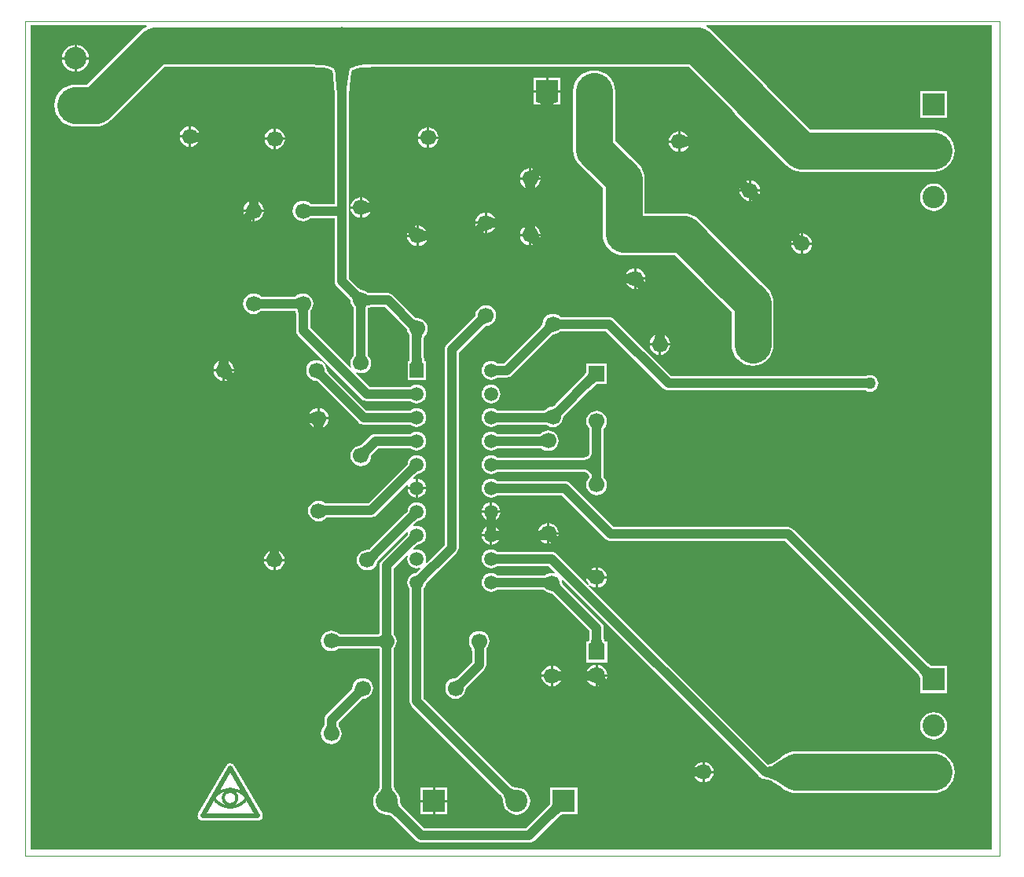
<source format=gbl>
G04 Layer_Physical_Order=2*
G04 Layer_Color=13278208*
%FSLAX44Y44*%
%MOMM*%
G71*
G01*
G75*
%ADD10C,0.3000*%
%ADD12C,0.5000*%
%ADD13C,1.0000*%
%ADD14C,4.0000*%
%ADD15C,0.1000*%
%ADD16C,1.5000*%
%ADD17R,1.5000X1.5000*%
%ADD18R,2.4000X2.4000*%
%ADD19C,2.4000*%
%ADD20R,2.4000X2.4000*%
%ADD21C,1.7000*%
%ADD22R,1.7000X1.7000*%
%ADD23C,1.8000*%
%ADD24R,1.8000X1.8000*%
%ADD25C,1.2700*%
G36*
X306017Y700929D02*
X306324Y700768D01*
X306713Y700626D01*
X307182Y700502D01*
X307732Y700397D01*
X308363Y700312D01*
X309867Y700198D01*
X311694Y700160D01*
Y690160D01*
X310740Y690151D01*
X307732Y689922D01*
X307182Y689818D01*
X306713Y689695D01*
X306324Y689552D01*
X306017Y689390D01*
X305790Y689210D01*
Y701110D01*
X306017Y700929D01*
D02*
G37*
G36*
X428394Y561996D02*
X428182Y561767D01*
X427993Y561459D01*
X427826Y561070D01*
X427681Y560601D01*
X427558Y560051D01*
X427458Y559422D01*
X427324Y557921D01*
X427280Y556099D01*
X417280Y557022D01*
X417272Y557980D01*
X417009Y561529D01*
X416911Y561991D01*
X416798Y562369D01*
X416670Y562665D01*
X416526Y562878D01*
X428394Y561996D01*
D02*
G37*
G36*
X357700Y610304D02*
X359988Y608339D01*
X360451Y608024D01*
X360870Y607779D01*
X361245Y607605D01*
X361577Y607502D01*
X361865Y607470D01*
X353450Y599055D01*
X353418Y599343D01*
X353315Y599674D01*
X353141Y600050D01*
X352896Y600469D01*
X352581Y600932D01*
X352196Y601438D01*
X351213Y602582D01*
X349948Y603901D01*
X357019Y610972D01*
X357700Y610304D01*
D02*
G37*
G36*
X366959Y542350D02*
X367188Y539342D01*
X367292Y538792D01*
X367416Y538323D01*
X367558Y537934D01*
X367719Y537627D01*
X367900Y537400D01*
X356000D01*
X356180Y537627D01*
X356342Y537934D01*
X356484Y538323D01*
X356608Y538792D01*
X356712Y539342D01*
X356798Y539972D01*
X356912Y541477D01*
X356950Y543304D01*
X366950D01*
X366959Y542350D01*
D02*
G37*
G36*
X1041400Y6350D02*
X6350D01*
Y895350D01*
X130853D01*
X131171Y894080D01*
X128387Y892592D01*
X124955Y889775D01*
X124955Y889775D01*
X66818Y831639D01*
X54610D01*
X50191Y831204D01*
X45943Y829915D01*
X42027Y827822D01*
X38595Y825005D01*
X35778Y821573D01*
X33685Y817657D01*
X32396Y813409D01*
X31961Y808990D01*
X32396Y804571D01*
X33685Y800323D01*
X35778Y796407D01*
X38595Y792975D01*
X42027Y790158D01*
X45943Y788065D01*
X50191Y786776D01*
X54610Y786341D01*
X76200D01*
X76200Y786341D01*
X80619Y786776D01*
X84867Y788065D01*
X88783Y790158D01*
X92215Y792975D01*
X150351Y851111D01*
X301119D01*
X304105Y851072D01*
X321862Y849592D01*
X325991Y848747D01*
X329302Y847736D01*
X330912Y846988D01*
X331804Y843220D01*
X332593Y838625D01*
X333950Y821222D01*
X334025Y815541D01*
Y702765D01*
X310985D01*
X309991Y702786D01*
X308635Y702889D01*
X308148Y702955D01*
X307754Y703029D01*
X307519Y703091D01*
X305288Y704803D01*
X302602Y705916D01*
X299720Y706295D01*
X296838Y705916D01*
X294152Y704803D01*
X291846Y703034D01*
X290077Y700728D01*
X288964Y698042D01*
X288585Y695160D01*
X288964Y692278D01*
X290077Y689592D01*
X291846Y687286D01*
X294152Y685517D01*
X296838Y684404D01*
X299720Y684025D01*
X302602Y684404D01*
X305288Y685517D01*
X307519Y687229D01*
X307754Y687291D01*
X308072Y687351D01*
X310761Y687555D01*
X334025D01*
Y619290D01*
X334284Y617322D01*
X335044Y615488D01*
X336252Y613912D01*
X348607Y601558D01*
X349295Y600841D01*
X350182Y599809D01*
X350479Y599418D01*
X350705Y599086D01*
X350827Y598877D01*
X351194Y596088D01*
X352307Y593402D01*
X354019Y591171D01*
X354081Y590936D01*
X354141Y590617D01*
X354345Y587929D01*
Y542595D01*
X354324Y541601D01*
X354221Y540245D01*
X354156Y539758D01*
X354081Y539364D01*
X354019Y539129D01*
X352307Y536898D01*
X351194Y534212D01*
X350815Y531330D01*
X351194Y528448D01*
X351867Y526825D01*
X350790Y526105D01*
X307325Y569570D01*
Y583895D01*
X307346Y584889D01*
X307449Y586245D01*
X307514Y586732D01*
X307589Y587126D01*
X307651Y587361D01*
X309363Y589592D01*
X310476Y592278D01*
X310855Y595160D01*
X310476Y598042D01*
X309363Y600728D01*
X307594Y603034D01*
X305288Y604803D01*
X302602Y605916D01*
X299720Y606295D01*
X296838Y605916D01*
X294152Y604803D01*
X291921Y603091D01*
X291686Y603029D01*
X291367Y602969D01*
X288679Y602765D01*
X257645D01*
X256651Y602786D01*
X255295Y602889D01*
X254808Y602954D01*
X254414Y603029D01*
X254179Y603091D01*
X251948Y604803D01*
X249262Y605916D01*
X246380Y606295D01*
X243498Y605916D01*
X240812Y604803D01*
X238506Y603034D01*
X236737Y600728D01*
X235624Y598042D01*
X235245Y595160D01*
X235624Y592278D01*
X236737Y589592D01*
X238506Y587286D01*
X240812Y585517D01*
X243498Y584404D01*
X246380Y584025D01*
X249262Y584404D01*
X251948Y585517D01*
X254179Y587229D01*
X254414Y587291D01*
X254732Y587351D01*
X257421Y587555D01*
X288455D01*
X289449Y587534D01*
X290805Y587431D01*
X291292Y587365D01*
X291686Y587291D01*
X291816Y587256D01*
X291851Y587126D01*
X291911Y586808D01*
X292115Y584119D01*
Y566420D01*
X292374Y564452D01*
X292819Y563377D01*
X293134Y562617D01*
X294342Y561042D01*
X362922Y492462D01*
X364497Y491254D01*
X366332Y490494D01*
X368300Y490235D01*
X413564D01*
X415488Y490190D01*
X415787Y490167D01*
X417217Y489070D01*
X419659Y488058D01*
X422280Y487713D01*
X424901Y488058D01*
X427343Y489070D01*
X429441Y490679D01*
X431050Y492777D01*
X432062Y495219D01*
X432407Y497840D01*
X432062Y500461D01*
X431050Y502903D01*
X429441Y505001D01*
X427343Y506610D01*
X424901Y507622D01*
X422280Y507967D01*
X419659Y507622D01*
X417217Y506610D01*
X415942Y505631D01*
X412412Y505445D01*
X371450D01*
X356725Y520170D01*
X357445Y521247D01*
X359068Y520574D01*
X361950Y520195D01*
X364832Y520574D01*
X367518Y521687D01*
X369824Y523456D01*
X371593Y525762D01*
X372706Y528448D01*
X373085Y531330D01*
X372706Y534212D01*
X371593Y536898D01*
X369881Y539129D01*
X369819Y539364D01*
X369759Y539683D01*
X369555Y542371D01*
Y587705D01*
X369576Y588699D01*
X369679Y590055D01*
X369744Y590542D01*
X369819Y590936D01*
X369854Y591066D01*
X369984Y591101D01*
X370303Y591161D01*
X372991Y591365D01*
X388020D01*
X409420Y569965D01*
X410699Y568627D01*
X411471Y567720D01*
X411717Y567398D01*
X411885Y567152D01*
X411955Y567029D01*
X411972Y566991D01*
X412154Y565608D01*
X413267Y562922D01*
X414339Y561525D01*
X414368Y561456D01*
X414399Y561350D01*
X414439Y561163D01*
X414675Y557989D01*
Y539549D01*
X414667Y538906D01*
X414478Y535860D01*
X414329Y534737D01*
X414148Y533842D01*
X413979Y533280D01*
X412240D01*
Y530806D01*
X412221Y530709D01*
X412240Y530613D01*
Y513200D01*
X432320D01*
Y530613D01*
X432339Y530709D01*
X432320Y530806D01*
Y533280D01*
X430581D01*
X430412Y533841D01*
X430244Y534674D01*
X429893Y538933D01*
X429885Y539549D01*
Y556693D01*
X429911Y557775D01*
X430030Y559103D01*
X430103Y559565D01*
X430186Y559936D01*
X430260Y560174D01*
X430279Y560220D01*
X430293Y560235D01*
X430298Y560244D01*
X430784Y560616D01*
X432553Y562922D01*
X433666Y565608D01*
X434045Y568490D01*
X433666Y571372D01*
X432553Y574058D01*
X430784Y576364D01*
X428478Y578133D01*
X425792Y579246D01*
X422910Y579625D01*
X422025Y579509D01*
X421954Y579524D01*
X421938Y579524D01*
X421907Y579535D01*
X421694Y579644D01*
X421380Y579838D01*
X421026Y580090D01*
X419428Y581467D01*
X396548Y604348D01*
X394972Y605556D01*
X393138Y606316D01*
X391170Y606575D01*
X373215D01*
X372221Y606596D01*
X370865Y606699D01*
X370378Y606764D01*
X369984Y606839D01*
X369749Y606901D01*
X367518Y608613D01*
X364832Y609726D01*
X362043Y610093D01*
X361834Y610215D01*
X361566Y610398D01*
X359520Y612155D01*
X349235Y622440D01*
Y815541D01*
X349310Y821267D01*
X349580Y827565D01*
X350662Y838599D01*
X351456Y843220D01*
X352348Y846988D01*
X353958Y847736D01*
X357269Y848747D01*
X361463Y849605D01*
X366484Y850281D01*
X379128Y851071D01*
X382141Y851111D01*
X714988D01*
X761466Y804633D01*
X762218Y803227D01*
X765035Y799795D01*
X820915Y743915D01*
X824347Y741098D01*
X828263Y739005D01*
X832511Y737716D01*
X836930Y737281D01*
X837641Y737351D01*
X979150D01*
X983569Y737786D01*
X987817Y739075D01*
X991733Y741168D01*
X995165Y743985D01*
X997982Y747417D01*
X1000075Y751333D01*
X1001364Y755581D01*
X1001799Y760000D01*
X1001364Y764419D01*
X1000075Y768667D01*
X997982Y772583D01*
X995165Y776015D01*
X991733Y778832D01*
X987817Y780925D01*
X983569Y782214D01*
X979150Y782649D01*
X846242D01*
X800634Y828257D01*
X799882Y829663D01*
X797065Y833095D01*
X740385Y889775D01*
X736953Y892592D01*
X734169Y894080D01*
X734487Y895350D01*
X1041400D01*
Y6350D01*
D02*
G37*
G36*
X416924Y492590D02*
X416833Y492637D01*
X416656Y492680D01*
X416395Y492718D01*
X415618Y492777D01*
X413045Y492837D01*
X412190Y492840D01*
Y502840D01*
X416924Y503090D01*
Y492590D01*
D02*
G37*
G36*
X427305Y538810D02*
X427675Y534310D01*
X427897Y533209D01*
X428169Y532309D01*
X428490Y531609D01*
X428861Y531110D01*
X429280Y530810D01*
X429749Y530709D01*
X414810D01*
X415280Y530810D01*
X415700Y531110D01*
X416070Y531609D01*
X416391Y532309D01*
X416663Y533209D01*
X416885Y534310D01*
X417058Y535610D01*
X417255Y538810D01*
X417280Y540709D01*
X427280D01*
X427305Y538810D01*
D02*
G37*
G36*
X252677Y600929D02*
X252984Y600768D01*
X253373Y600625D01*
X253842Y600502D01*
X254392Y600397D01*
X255023Y600312D01*
X256527Y600198D01*
X258354Y600160D01*
Y590160D01*
X257400Y590150D01*
X254392Y589922D01*
X253842Y589818D01*
X253373Y589695D01*
X252984Y589552D01*
X252677Y589390D01*
X252450Y589210D01*
Y601110D01*
X252677Y600929D01*
D02*
G37*
G36*
X367719Y592673D02*
X367558Y592366D01*
X367416Y591977D01*
X367292Y591508D01*
X367188Y590958D01*
X367102Y590327D01*
X366988Y588824D01*
X366950Y586996D01*
X356950D01*
X356940Y587950D01*
X356712Y590958D01*
X356608Y591508D01*
X356484Y591977D01*
X356342Y592366D01*
X356180Y592673D01*
X356000Y592900D01*
X367900D01*
X367719Y592673D01*
D02*
G37*
G36*
X305490Y588863D02*
X305328Y588556D01*
X305186Y588167D01*
X305062Y587698D01*
X304958Y587148D01*
X304872Y586517D01*
X304758Y585014D01*
X304720Y583186D01*
X294720D01*
X294711Y584140D01*
X294482Y587148D01*
X294378Y587698D01*
X294254Y588167D01*
X294112Y588556D01*
X293951Y588863D01*
X293770Y589090D01*
X305670D01*
X305490Y588863D01*
D02*
G37*
G36*
X417628Y579600D02*
X419426Y578050D01*
X419945Y577680D01*
X420424Y577384D01*
X420862Y577161D01*
X421260Y577012D01*
X421617Y576936D01*
X421935Y576934D01*
X414448Y567684D01*
X414394Y567916D01*
X414271Y568198D01*
X414079Y568531D01*
X413818Y568913D01*
X413488Y569346D01*
X412622Y570363D01*
X410805Y572263D01*
X416948Y580263D01*
X417628Y579600D01*
D02*
G37*
G36*
X368247Y604739D02*
X368554Y604578D01*
X368943Y604436D01*
X369412Y604312D01*
X369962Y604207D01*
X370592Y604122D01*
X372096Y604008D01*
X373924Y603970D01*
Y593970D01*
X372970Y593960D01*
X369962Y593732D01*
X369412Y593628D01*
X368943Y593504D01*
X368554Y593362D01*
X368247Y593200D01*
X368020Y593020D01*
Y604920D01*
X368247Y604739D01*
D02*
G37*
G36*
X386630Y853760D02*
X379030Y853660D01*
X366230Y852860D01*
X361030Y852160D01*
X356630Y851260D01*
X353030Y850160D01*
X350230Y848860D01*
X350194Y848833D01*
X349924Y847992D01*
X348918Y843738D01*
X348094Y838945D01*
X346996Y827747D01*
X346721Y821340D01*
X346630Y814395D01*
X336630D01*
X336539Y821340D01*
X335166Y838945D01*
X334342Y843738D01*
X333336Y847992D01*
X333066Y848833D01*
X333030Y848860D01*
X330230Y850160D01*
X326630Y851260D01*
X322230Y852160D01*
X304230Y853660D01*
X296630Y853760D01*
X341630Y893760D01*
X386630Y853760D01*
D02*
G37*
G36*
X293650Y589210D02*
X293423Y589390D01*
X293116Y589552D01*
X292727Y589695D01*
X292258Y589818D01*
X291708Y589922D01*
X291077Y590008D01*
X289573Y590122D01*
X287746Y590160D01*
Y600160D01*
X288700Y600169D01*
X291708Y600397D01*
X292258Y600502D01*
X292727Y600625D01*
X293116Y600768D01*
X293423Y600929D01*
X293650Y601110D01*
Y589210D01*
D02*
G37*
%LPC*%
G36*
X615950Y479765D02*
X613068Y479386D01*
X610382Y478273D01*
X608076Y476504D01*
X606307Y474198D01*
X605194Y471512D01*
X604815Y468630D01*
X605194Y465748D01*
X606307Y463062D01*
X608019Y460831D01*
X608081Y460596D01*
X608141Y460277D01*
X608345Y457589D01*
Y436417D01*
X608272Y435034D01*
X608033Y433678D01*
X607664Y432571D01*
X607188Y431687D01*
X606610Y430980D01*
X605903Y430402D01*
X605019Y429926D01*
X603912Y429557D01*
X602556Y429318D01*
X601173Y429245D01*
X510996D01*
X509072Y429290D01*
X508773Y429313D01*
X507343Y430410D01*
X504901Y431422D01*
X502280Y431767D01*
X499659Y431422D01*
X497217Y430410D01*
X495119Y428801D01*
X493510Y426703D01*
X492498Y424261D01*
X492153Y421640D01*
X492498Y419019D01*
X493510Y416577D01*
X495119Y414479D01*
X497217Y412870D01*
X499659Y411858D01*
X502280Y411513D01*
X504901Y411858D01*
X507343Y412870D01*
X508619Y413848D01*
X512148Y414035D01*
X601173D01*
X602556Y413962D01*
X603912Y413723D01*
X605019Y413354D01*
X605903Y412878D01*
X606610Y412300D01*
X607188Y411593D01*
X607664Y410709D01*
X608033Y409602D01*
X608192Y408699D01*
X608156Y408428D01*
X608081Y408034D01*
X608019Y407799D01*
X606307Y405568D01*
X605194Y402882D01*
X604815Y400000D01*
X605194Y397118D01*
X606307Y394432D01*
X608076Y392126D01*
X610382Y390357D01*
X613068Y389244D01*
X615950Y388865D01*
X618832Y389244D01*
X621518Y390357D01*
X623824Y392126D01*
X625593Y394432D01*
X626706Y397118D01*
X627085Y400000D01*
X626706Y402882D01*
X625593Y405568D01*
X623881Y407799D01*
X623819Y408034D01*
X623759Y408353D01*
X623555Y411041D01*
Y457365D01*
X623576Y458359D01*
X623679Y459715D01*
X623745Y460202D01*
X623819Y460596D01*
X623881Y460831D01*
X625593Y463062D01*
X626706Y465748D01*
X627085Y468630D01*
X626706Y471512D01*
X625593Y474198D01*
X623824Y476504D01*
X621518Y478273D01*
X618832Y479386D01*
X615950Y479765D01*
D02*
G37*
G36*
X563880Y458645D02*
X560998Y458266D01*
X558312Y457153D01*
X556006Y455384D01*
X555731Y455026D01*
X555696Y455011D01*
X555450Y454938D01*
X555074Y454857D01*
X554628Y454788D01*
X552519Y454645D01*
X510996D01*
X509072Y454690D01*
X508773Y454713D01*
X507343Y455810D01*
X504901Y456822D01*
X502280Y457167D01*
X499659Y456822D01*
X497217Y455810D01*
X495119Y454201D01*
X493510Y452103D01*
X492498Y449661D01*
X492153Y447040D01*
X492498Y444419D01*
X493510Y441977D01*
X495119Y439879D01*
X497217Y438270D01*
X499659Y437258D01*
X502280Y436913D01*
X504901Y437258D01*
X507343Y438270D01*
X508619Y439249D01*
X512148Y439435D01*
X553368D01*
X554724Y439383D01*
X555906Y439269D01*
X556291Y439206D01*
X556571Y439143D01*
X556659Y439115D01*
X556721Y439087D01*
X558312Y437867D01*
X560998Y436754D01*
X563880Y436375D01*
X566762Y436754D01*
X569448Y437867D01*
X571754Y439636D01*
X573523Y441942D01*
X574636Y444628D01*
X575015Y447510D01*
X574636Y450392D01*
X573523Y453078D01*
X571754Y455384D01*
X569448Y457153D01*
X566762Y458266D01*
X563880Y458645D01*
D02*
G37*
G36*
X422280Y457167D02*
X419659Y456822D01*
X417217Y455810D01*
X415942Y454832D01*
X412412Y454645D01*
X377660D01*
X375692Y454386D01*
X373857Y453626D01*
X372282Y452418D01*
X364538Y444673D01*
X363821Y443985D01*
X362789Y443098D01*
X362398Y442801D01*
X362066Y442575D01*
X361857Y442453D01*
X359068Y442086D01*
X356382Y440973D01*
X354076Y439204D01*
X352307Y436898D01*
X351194Y434212D01*
X350815Y431330D01*
X351194Y428448D01*
X352307Y425762D01*
X354076Y423456D01*
X356382Y421687D01*
X359068Y420574D01*
X361950Y420195D01*
X364832Y420574D01*
X367518Y421687D01*
X369824Y423456D01*
X371593Y425762D01*
X372706Y428448D01*
X373073Y431237D01*
X373195Y431446D01*
X373378Y431714D01*
X375135Y433760D01*
X380810Y439435D01*
X413564D01*
X415488Y439390D01*
X415787Y439367D01*
X417217Y438270D01*
X419659Y437258D01*
X422280Y436913D01*
X424901Y437258D01*
X427343Y438270D01*
X429441Y439879D01*
X431050Y441977D01*
X432062Y444419D01*
X432407Y447040D01*
X432062Y449661D01*
X431050Y452103D01*
X429441Y454201D01*
X427343Y455810D01*
X424901Y456822D01*
X422280Y457167D01*
D02*
G37*
G36*
X314960Y470370D02*
X310160D01*
Y465690D01*
X309933Y465871D01*
X309626Y466032D01*
X309237Y466175D01*
X308768Y466298D01*
X308218Y466403D01*
X307588Y466488D01*
X306376Y466580D01*
X306587Y466072D01*
X308356Y463766D01*
X310662Y461997D01*
X311131Y461802D01*
X310993Y463628D01*
X310888Y464178D01*
X310765Y464647D01*
X310622Y465036D01*
X310460Y465343D01*
X310280Y465570D01*
X314960D01*
Y470370D01*
D02*
G37*
G36*
X314160Y534375D02*
X311278Y533996D01*
X308592Y532883D01*
X306286Y531114D01*
X304517Y528808D01*
X303404Y526122D01*
X303025Y523240D01*
X303404Y520358D01*
X304517Y517672D01*
X306286Y515366D01*
X308592Y513597D01*
X311278Y512484D01*
X314067Y512117D01*
X314276Y511995D01*
X314544Y511812D01*
X316590Y510055D01*
X359582Y467062D01*
X361157Y465854D01*
X361917Y465539D01*
X362992Y465094D01*
X364960Y464835D01*
X413564D01*
X415488Y464790D01*
X415787Y464767D01*
X417217Y463670D01*
X419659Y462658D01*
X422280Y462313D01*
X424901Y462658D01*
X427343Y463670D01*
X429441Y465279D01*
X431050Y467377D01*
X432062Y469819D01*
X432407Y472440D01*
X432062Y475061D01*
X431050Y477503D01*
X429441Y479601D01*
X427343Y481210D01*
X424901Y482222D01*
X422280Y482567D01*
X419659Y482222D01*
X417217Y481210D01*
X415942Y480232D01*
X412412Y480045D01*
X368110D01*
X327503Y520652D01*
X326815Y521369D01*
X325928Y522401D01*
X325631Y522792D01*
X325405Y523124D01*
X325283Y523333D01*
X324916Y526122D01*
X323803Y528808D01*
X322034Y531114D01*
X319728Y532883D01*
X317042Y533996D01*
X314160Y534375D01*
D02*
G37*
G36*
X327198Y470370D02*
X317500D01*
Y465570D01*
X322180D01*
X322000Y465343D01*
X321838Y465036D01*
X321696Y464647D01*
X321572Y464178D01*
X321468Y463628D01*
X321382Y462998D01*
X321290Y461786D01*
X321798Y461997D01*
X324104Y463766D01*
X325873Y466072D01*
X326986Y468758D01*
X327198Y470370D01*
D02*
G37*
G36*
X501010Y380799D02*
X499659Y380622D01*
X497217Y379610D01*
X495119Y378001D01*
X493510Y375903D01*
X492498Y373461D01*
X492321Y372110D01*
X501010D01*
Y380799D01*
D02*
G37*
G36*
X503550D02*
Y372110D01*
X512239D01*
X512062Y373461D01*
X511050Y375903D01*
X509441Y378001D01*
X507343Y379610D01*
X504901Y380622D01*
X503550Y380799D01*
D02*
G37*
G36*
X512239Y369570D02*
X503550D01*
Y365484D01*
X507530D01*
X507482Y365392D01*
X507440Y365216D01*
X507402Y364955D01*
X507342Y364178D01*
X507293Y362049D01*
X507343Y362070D01*
X509441Y363679D01*
X511050Y365777D01*
X512062Y368219D01*
X512239Y369570D01*
D02*
G37*
G36*
X501010D02*
X492321D01*
X492498Y368219D01*
X493510Y365777D01*
X495119Y363679D01*
X497210Y362075D01*
X497030Y365484D01*
X501010D01*
Y369570D01*
D02*
G37*
G36*
X422280Y431767D02*
X419659Y431422D01*
X417217Y430410D01*
X415119Y428801D01*
X413510Y426703D01*
X412498Y424261D01*
X412289Y422668D01*
X409924Y420039D01*
X370070Y380185D01*
X326338D01*
X325658Y380195D01*
X324284Y380266D01*
X323292Y380376D01*
X323023Y380425D01*
X322886Y380461D01*
X322852Y380474D01*
X321798Y381283D01*
X319112Y382396D01*
X316230Y382775D01*
X313348Y382396D01*
X310662Y381283D01*
X308356Y379514D01*
X306587Y377208D01*
X305474Y374522D01*
X305095Y371640D01*
X305474Y368758D01*
X306587Y366072D01*
X308356Y363766D01*
X310662Y361997D01*
X313348Y360884D01*
X316230Y360505D01*
X319112Y360884D01*
X321798Y361997D01*
X324104Y363766D01*
X324680Y364518D01*
X324749Y364563D01*
X324759Y364574D01*
X324787Y364586D01*
X325011Y364660D01*
X325369Y364745D01*
X325795Y364817D01*
X327898Y364975D01*
X373220D01*
X375188Y365234D01*
X377023Y365994D01*
X378598Y367202D01*
X411737Y400342D01*
X412814Y399623D01*
X412498Y398861D01*
X412321Y397510D01*
X421010D01*
Y406199D01*
X419659Y406022D01*
X418897Y405706D01*
X418178Y406783D01*
X421494Y410099D01*
X422887Y411428D01*
X423115Y411623D01*
X424901Y411858D01*
X427343Y412870D01*
X429441Y414479D01*
X431050Y416577D01*
X432062Y419019D01*
X432407Y421640D01*
X432062Y424261D01*
X431050Y426703D01*
X429441Y428801D01*
X427343Y430410D01*
X424901Y431422D01*
X422280Y431767D01*
D02*
G37*
G36*
X423550Y406199D02*
Y397510D01*
X432239D01*
X432062Y398861D01*
X431050Y401303D01*
X429441Y403401D01*
X427343Y405010D01*
X424901Y406022D01*
X423550Y406199D01*
D02*
G37*
G36*
X421010Y394970D02*
X412321D01*
X412498Y393619D01*
X413510Y391177D01*
X415119Y389079D01*
X417217Y387470D01*
X419659Y386458D01*
X421010Y386281D01*
Y394970D01*
D02*
G37*
G36*
X432239D02*
X423550D01*
Y386281D01*
X424901Y386458D01*
X427343Y387470D01*
X429441Y389079D01*
X431050Y391177D01*
X432062Y393619D01*
X432239Y394970D01*
D02*
G37*
G36*
X314960Y482608D02*
X313348Y482396D01*
X310662Y481283D01*
X308356Y479514D01*
X306587Y477208D01*
X306392Y476739D01*
X308218Y476878D01*
X308768Y476982D01*
X309237Y477105D01*
X309626Y477248D01*
X309933Y477410D01*
X310160Y477590D01*
Y472910D01*
X314960D01*
Y482608D01*
D02*
G37*
G36*
X613410Y846879D02*
X608991Y846444D01*
X604743Y845155D01*
X600827Y843062D01*
X597395Y840245D01*
X594578Y836813D01*
X592485Y832897D01*
X591196Y828649D01*
X590761Y824230D01*
Y761200D01*
X590761Y761200D01*
X591196Y756781D01*
X592485Y752533D01*
X594578Y748617D01*
X597395Y745185D01*
X622511Y720069D01*
Y670090D01*
X622946Y665671D01*
X624235Y661423D01*
X626328Y657507D01*
X629145Y654075D01*
X632577Y651258D01*
X636493Y649165D01*
X640741Y647876D01*
X645160Y647441D01*
X700218D01*
X741375Y606285D01*
X741375Y606285D01*
X761411Y586249D01*
Y551180D01*
X761846Y546761D01*
X763135Y542513D01*
X765228Y538597D01*
X768045Y535165D01*
X771477Y532348D01*
X775393Y530255D01*
X779641Y528966D01*
X784060Y528531D01*
X788479Y528966D01*
X792727Y530255D01*
X796643Y532348D01*
X800075Y535165D01*
X802892Y538597D01*
X804985Y542513D01*
X806274Y546761D01*
X806709Y551180D01*
Y595630D01*
X806274Y600049D01*
X804985Y604297D01*
X802892Y608213D01*
X800075Y611645D01*
X800075Y611645D01*
X773405Y638315D01*
X773405Y638315D01*
X725615Y686105D01*
X722183Y688922D01*
X718267Y691015D01*
X714019Y692304D01*
X709600Y692739D01*
X709600Y692739D01*
X667809D01*
Y729450D01*
X667809Y729450D01*
X667374Y733869D01*
X666085Y738117D01*
X663992Y742033D01*
X661175Y745465D01*
X660375Y746265D01*
X660375Y746265D01*
X636059Y770582D01*
Y824230D01*
X635624Y828649D01*
X634335Y832897D01*
X632242Y836813D01*
X629425Y840245D01*
X625993Y843062D01*
X622077Y845155D01*
X617829Y846444D01*
X613410Y846879D01*
D02*
G37*
G36*
X219259Y533078D02*
X219398Y531252D01*
X219502Y530702D01*
X219625Y530233D01*
X219768Y529844D01*
X219930Y529537D01*
X220110Y529310D01*
X215430D01*
Y524510D01*
X225128D01*
X224916Y526122D01*
X223803Y528808D01*
X222034Y531114D01*
X219728Y532883D01*
X219259Y533078D01*
D02*
G37*
G36*
X209100Y533094D02*
X208592Y532883D01*
X206286Y531114D01*
X204517Y528808D01*
X203404Y526122D01*
X203192Y524510D01*
X212890D01*
Y529310D01*
X208210D01*
X208391Y529537D01*
X208552Y529844D01*
X208694Y530233D01*
X208818Y530702D01*
X208923Y531252D01*
X209008Y531883D01*
X209100Y533094D01*
D02*
G37*
G36*
X682790Y549910D02*
X673092D01*
X673304Y548298D01*
X674417Y545612D01*
X676186Y543306D01*
X678492Y541537D01*
X681178Y540424D01*
X682790Y540212D01*
Y549910D01*
D02*
G37*
G36*
X689159Y561017D02*
X689297Y559192D01*
X689402Y558642D01*
X689526Y558173D01*
X689668Y557784D01*
X689829Y557477D01*
X690010Y557250D01*
X685330D01*
Y552450D01*
X695028D01*
X694816Y554062D01*
X693703Y556748D01*
X691934Y559054D01*
X689628Y560823D01*
X689159Y561017D01*
D02*
G37*
G36*
X679000Y561034D02*
X678492Y560823D01*
X676186Y559054D01*
X674417Y556748D01*
X673304Y554062D01*
X673092Y552450D01*
X682790D01*
Y557250D01*
X678110D01*
X678290Y557477D01*
X678452Y557784D01*
X678595Y558173D01*
X678718Y558642D01*
X678822Y559192D01*
X678908Y559823D01*
X679000Y561034D01*
D02*
G37*
G36*
X695028Y549910D02*
X685330D01*
Y540212D01*
X686942Y540424D01*
X689628Y541537D01*
X691934Y543306D01*
X693703Y545612D01*
X694816Y548298D01*
X695028Y549910D01*
D02*
G37*
G36*
X225128Y521970D02*
X223080D01*
X223214Y521741D01*
X223529Y521278D01*
X223914Y520772D01*
X224706Y519851D01*
X224916Y520358D01*
X225128Y521970D01*
D02*
G37*
G36*
X502280Y507967D02*
X499659Y507622D01*
X497217Y506610D01*
X495119Y505001D01*
X493510Y502903D01*
X492498Y500461D01*
X492153Y497840D01*
X492498Y495219D01*
X493510Y492777D01*
X495119Y490679D01*
X497217Y489070D01*
X499659Y488058D01*
X502280Y487713D01*
X504901Y488058D01*
X507343Y489070D01*
X509441Y490679D01*
X511050Y492777D01*
X512062Y495219D01*
X512407Y497840D01*
X512062Y500461D01*
X511050Y502903D01*
X509441Y505001D01*
X507343Y506610D01*
X504901Y507622D01*
X502280Y507967D01*
D02*
G37*
G36*
X626990Y530470D02*
X604910D01*
Y521377D01*
X604357Y520411D01*
X603369Y518989D01*
X600434Y515515D01*
X599160Y514196D01*
X571548Y486583D01*
X570831Y485895D01*
X569799Y485009D01*
X569408Y484711D01*
X569076Y484485D01*
X568867Y484363D01*
X566078Y483996D01*
X563392Y482883D01*
X561086Y481114D01*
X560604Y480485D01*
X560559Y480456D01*
X560546Y480444D01*
X560510Y480428D01*
X560279Y480354D01*
X559915Y480270D01*
X559484Y480199D01*
X557378Y480045D01*
X510996D01*
X509072Y480090D01*
X508773Y480113D01*
X507343Y481210D01*
X504901Y482222D01*
X502280Y482567D01*
X499659Y482222D01*
X497217Y481210D01*
X495119Y479601D01*
X493510Y477503D01*
X492498Y475061D01*
X492153Y472440D01*
X492498Y469819D01*
X493510Y467377D01*
X495119Y465279D01*
X497217Y463670D01*
X499659Y462658D01*
X502280Y462313D01*
X504901Y462658D01*
X507343Y463670D01*
X508619Y464649D01*
X512148Y464835D01*
X558259D01*
X560136Y464790D01*
X561319Y464692D01*
X561716Y464635D01*
X562007Y464578D01*
X562135Y464542D01*
X562182Y464524D01*
X562186Y464523D01*
X563392Y463597D01*
X566078Y462484D01*
X568960Y462105D01*
X571842Y462484D01*
X574528Y463597D01*
X576834Y465366D01*
X578603Y467672D01*
X579716Y470358D01*
X580083Y473147D01*
X580205Y473356D01*
X580388Y473624D01*
X582145Y475670D01*
X608788Y502313D01*
X612404Y505676D01*
X614053Y507001D01*
X615527Y508032D01*
X616151Y508390D01*
X626990D01*
Y530470D01*
D02*
G37*
G36*
X317500Y482608D02*
Y472910D01*
X327198D01*
X326986Y474522D01*
X325873Y477208D01*
X324104Y479514D01*
X321798Y481283D01*
X319112Y482396D01*
X317500Y482608D01*
D02*
G37*
G36*
X568960Y584375D02*
X566078Y583996D01*
X563392Y582883D01*
X561086Y581114D01*
X559317Y578808D01*
X558204Y576122D01*
X557837Y573333D01*
X557715Y573124D01*
X557532Y572856D01*
X555775Y570810D01*
X515810Y530845D01*
X510996D01*
X509072Y530890D01*
X508773Y530913D01*
X507343Y532010D01*
X504901Y533022D01*
X502280Y533367D01*
X499659Y533022D01*
X497217Y532010D01*
X495119Y530401D01*
X493510Y528303D01*
X492498Y525861D01*
X492153Y523240D01*
X492498Y520619D01*
X493510Y518177D01*
X495119Y516079D01*
X497217Y514470D01*
X499659Y513458D01*
X502280Y513113D01*
X504901Y513458D01*
X507343Y514470D01*
X508619Y515448D01*
X512148Y515635D01*
X518960D01*
X520928Y515894D01*
X522762Y516654D01*
X524338Y517862D01*
X566372Y559897D01*
X567089Y560585D01*
X568121Y561471D01*
X568512Y561769D01*
X568844Y561995D01*
X569053Y562117D01*
X571842Y562484D01*
X574528Y563597D01*
X576759Y565309D01*
X576994Y565371D01*
X577313Y565431D01*
X580001Y565635D01*
X626300D01*
X688042Y503892D01*
X689617Y502684D01*
X691452Y501924D01*
X693420Y501665D01*
X905898D01*
X906107Y501505D01*
X908269Y500609D01*
X910590Y500303D01*
X912911Y500609D01*
X915073Y501505D01*
X916930Y502930D01*
X918355Y504787D01*
X919251Y506949D01*
X919557Y509270D01*
X919251Y511591D01*
X918355Y513753D01*
X916930Y515610D01*
X915073Y517035D01*
X912911Y517931D01*
X910590Y518237D01*
X908269Y517931D01*
X906107Y517035D01*
X905898Y516875D01*
X696570D01*
X634828Y578618D01*
X633252Y579826D01*
X631418Y580586D01*
X629450Y580845D01*
X580225D01*
X579231Y580866D01*
X577875Y580969D01*
X577388Y581035D01*
X576994Y581109D01*
X576759Y581171D01*
X574528Y582883D01*
X571842Y583996D01*
X568960Y584375D01*
D02*
G37*
G36*
X221475Y521970D02*
X215430D01*
Y515925D01*
X221475Y521970D01*
D02*
G37*
G36*
X215430Y514320D02*
Y512272D01*
X217042Y512484D01*
X217511Y512678D01*
X216122Y513871D01*
X215659Y514186D01*
X215430Y514320D01*
D02*
G37*
G36*
X212890Y521970D02*
X203192D01*
X203404Y520358D01*
X204517Y517672D01*
X206286Y515366D01*
X208592Y513597D01*
X211278Y512484D01*
X212890Y512272D01*
Y521970D01*
D02*
G37*
G36*
X566420Y192570D02*
X556722D01*
X556934Y190958D01*
X558047Y188272D01*
X559816Y185966D01*
X562122Y184197D01*
X564808Y183084D01*
X566420Y182872D01*
Y192570D01*
D02*
G37*
G36*
X573760D02*
X568960D01*
Y182872D01*
X570572Y183084D01*
X573258Y184197D01*
X575564Y185966D01*
X577333Y188272D01*
X577528Y188741D01*
X575702Y188603D01*
X575152Y188498D01*
X574683Y188375D01*
X574294Y188232D01*
X573987Y188071D01*
X573760Y187890D01*
Y192570D01*
D02*
G37*
G36*
X617220Y184538D02*
Y182838D01*
X618963Y183067D01*
X619023Y183092D01*
X618088Y183914D01*
X617534Y184329D01*
X617220Y184538D01*
D02*
G37*
G36*
X489420Y242275D02*
X486538Y241896D01*
X483852Y240783D01*
X481546Y239014D01*
X479777Y236708D01*
X478664Y234022D01*
X478285Y231140D01*
X478664Y228258D01*
X479777Y225572D01*
X481489Y223341D01*
X481551Y223106D01*
X481611Y222787D01*
X481815Y220099D01*
Y208890D01*
X466608Y193683D01*
X465891Y192995D01*
X464859Y192108D01*
X464468Y191811D01*
X464136Y191585D01*
X463927Y191463D01*
X461138Y191096D01*
X458452Y189983D01*
X456146Y188214D01*
X454377Y185908D01*
X453264Y183222D01*
X452885Y180340D01*
X453264Y177458D01*
X454377Y174772D01*
X456146Y172466D01*
X458452Y170697D01*
X461138Y169584D01*
X464020Y169205D01*
X466902Y169584D01*
X469588Y170697D01*
X471894Y172466D01*
X473663Y174772D01*
X474776Y177458D01*
X475143Y180247D01*
X475265Y180456D01*
X475448Y180724D01*
X477205Y182770D01*
X494798Y200362D01*
X496006Y201938D01*
X496766Y203772D01*
X497025Y205740D01*
Y219875D01*
X497046Y220869D01*
X497149Y222225D01*
X497215Y222712D01*
X497289Y223106D01*
X497351Y223341D01*
X499063Y225572D01*
X500176Y228258D01*
X500555Y231140D01*
X500176Y234022D01*
X499063Y236708D01*
X497294Y239014D01*
X494988Y240783D01*
X492302Y241896D01*
X489420Y242275D01*
D02*
G37*
G36*
X502280Y406367D02*
X499659Y406022D01*
X497217Y405010D01*
X495119Y403401D01*
X493510Y401303D01*
X492498Y398861D01*
X492153Y396240D01*
X492498Y393619D01*
X493510Y391177D01*
X495119Y389079D01*
X497217Y387470D01*
X499659Y386458D01*
X502280Y386113D01*
X504901Y386458D01*
X507343Y387470D01*
X508619Y388448D01*
X512148Y388635D01*
X578510D01*
X625812Y341332D01*
X627388Y340124D01*
X629222Y339364D01*
X631190Y339105D01*
X819290D01*
X958527Y199868D01*
X961831Y196312D01*
X963135Y194684D01*
X964154Y193221D01*
X964610Y192426D01*
Y175460D01*
X993690D01*
Y204540D01*
X976724D01*
X975929Y204996D01*
X974495Y205995D01*
X970972Y208979D01*
X969627Y210278D01*
X827818Y352088D01*
X826243Y353296D01*
X824408Y354056D01*
X822440Y354315D01*
X634340D01*
X587038Y401618D01*
X585462Y402826D01*
X583628Y403586D01*
X581660Y403845D01*
X510996D01*
X509072Y403890D01*
X508773Y403913D01*
X507343Y405010D01*
X504901Y406022D01*
X502280Y406367D01*
D02*
G37*
G36*
X566420Y204808D02*
X564808Y204596D01*
X562122Y203483D01*
X559816Y201714D01*
X558047Y199408D01*
X556934Y196722D01*
X556722Y195110D01*
X566420D01*
Y204808D01*
D02*
G37*
G36*
X614680Y205782D02*
X612938Y205553D01*
X610130Y204390D01*
X607720Y202540D01*
X605870Y200130D01*
X605399Y198993D01*
X606284Y199068D01*
X606966Y199196D01*
X607570Y199353D01*
X608095Y199539D01*
X608543Y199753D01*
X608912Y199995D01*
X609202Y200266D01*
X609448Y195580D01*
X614680D01*
Y205782D01*
D02*
G37*
G36*
X627422Y193040D02*
X624946D01*
X625006Y192718D01*
X625165Y192247D01*
X625400Y191741D01*
X625711Y191201D01*
X626098Y190626D01*
X626562Y190017D01*
X626630Y189939D01*
X627193Y191297D01*
X627422Y193040D01*
D02*
G37*
G36*
X624320D02*
X617220D01*
Y186919D01*
X624320Y193040D01*
D02*
G37*
G36*
X614680D02*
X609580D01*
X609860Y187683D01*
X609569Y187903D01*
X609199Y188099D01*
X608750Y188273D01*
X608223Y188423D01*
X607617Y188551D01*
X606931Y188655D01*
X605760Y188756D01*
X605870Y188490D01*
X607720Y186080D01*
X610130Y184230D01*
X612938Y183067D01*
X614680Y182838D01*
Y193040D01*
D02*
G37*
G36*
X979150Y154665D02*
X975354Y154166D01*
X971817Y152701D01*
X968780Y150370D01*
X966449Y147333D01*
X964984Y143796D01*
X964484Y140000D01*
X964984Y136204D01*
X966449Y132667D01*
X968780Y129630D01*
X971817Y127299D01*
X975354Y125834D01*
X979150Y125335D01*
X982946Y125834D01*
X986483Y127299D01*
X989520Y129630D01*
X991851Y132667D01*
X993316Y136204D01*
X993816Y140000D01*
X993316Y143796D01*
X991851Y147333D01*
X989520Y150370D01*
X986483Y152701D01*
X982946Y154166D01*
X979150Y154665D01*
D02*
G37*
G36*
X455160Y73430D02*
X441890D01*
Y60160D01*
X455160D01*
Y73430D01*
D02*
G37*
G36*
X729780Y88730D02*
X720082D01*
X720294Y87118D01*
X721407Y84432D01*
X723176Y82126D01*
X725482Y80357D01*
X728168Y79244D01*
X729780Y79032D01*
Y88730D01*
D02*
G37*
G36*
X439350Y73430D02*
X426080D01*
Y60160D01*
X439350D01*
Y73430D01*
D02*
G37*
G36*
Y57620D02*
X426080D01*
Y44350D01*
X439350D01*
Y57620D01*
D02*
G37*
G36*
X455160D02*
X441890D01*
Y44350D01*
X455160D01*
Y57620D01*
D02*
G37*
G36*
X221915Y99573D02*
X221226Y99530D01*
X220538Y99572D01*
X220234Y99467D01*
X219914Y99447D01*
X219294Y99144D01*
X218642Y98919D01*
X218401Y98707D01*
X218113Y98565D01*
X217657Y98048D01*
X217140Y97591D01*
X216999Y97303D01*
X216787Y97062D01*
X186837Y45511D01*
X186725Y45184D01*
X186532Y44896D01*
X186403Y44244D01*
X186187Y43615D01*
X186209Y43269D01*
X186141Y42930D01*
X186271Y42277D01*
X186313Y41614D01*
X186465Y41303D01*
X186532Y40964D01*
X186902Y40410D01*
X187195Y39813D01*
X187454Y39584D01*
X187646Y39296D01*
X188200Y38927D01*
X188699Y38487D01*
X189026Y38375D01*
X189314Y38182D01*
X189966Y38053D01*
X190595Y37837D01*
X190941Y37859D01*
X191280Y37791D01*
X251280D01*
X251623Y37859D01*
X251972Y37838D01*
X252598Y38053D01*
X253246Y38182D01*
X253537Y38377D01*
X253868Y38491D01*
X254364Y38929D01*
X254914Y39296D01*
X255108Y39587D01*
X255370Y39819D01*
X255660Y40413D01*
X256028Y40964D01*
X256096Y41307D01*
X256249Y41621D01*
X256290Y42281D01*
X256419Y42930D01*
X256350Y43273D01*
X256372Y43622D01*
X256157Y44248D01*
X256028Y44896D01*
X255833Y45187D01*
X255720Y45518D01*
X225669Y97068D01*
X225457Y97309D01*
X225315Y97597D01*
X224798Y98053D01*
X224341Y98570D01*
X224053Y98711D01*
X223811Y98923D01*
X223159Y99147D01*
X222539Y99449D01*
X222219Y99469D01*
X221915Y99573D01*
D02*
G37*
G36*
X364020Y191475D02*
X361138Y191096D01*
X358452Y189983D01*
X356146Y188214D01*
X354377Y185908D01*
X353264Y183222D01*
X352897Y180433D01*
X352775Y180224D01*
X352592Y179956D01*
X350835Y177910D01*
X324822Y151898D01*
X323614Y150323D01*
X322854Y148488D01*
X322595Y146520D01*
Y142875D01*
X322574Y141881D01*
X322471Y140525D01*
X322406Y140038D01*
X322331Y139644D01*
X322269Y139409D01*
X320557Y137178D01*
X319444Y134492D01*
X319065Y131610D01*
X319444Y128728D01*
X320557Y126042D01*
X322326Y123736D01*
X324632Y121967D01*
X327318Y120854D01*
X330200Y120475D01*
X333082Y120854D01*
X335768Y121967D01*
X338074Y123736D01*
X339843Y126042D01*
X340956Y128728D01*
X341335Y131610D01*
X340956Y134492D01*
X339843Y137178D01*
X338131Y139409D01*
X338069Y139644D01*
X338009Y139963D01*
X337805Y142651D01*
Y143370D01*
X361432Y166997D01*
X362149Y167685D01*
X363181Y168571D01*
X363572Y168869D01*
X363904Y169095D01*
X364113Y169217D01*
X366902Y169584D01*
X369588Y170697D01*
X371894Y172466D01*
X373663Y174772D01*
X374776Y177458D01*
X375155Y180340D01*
X374776Y183222D01*
X373663Y185908D01*
X371894Y188214D01*
X369588Y189983D01*
X366902Y191096D01*
X364020Y191475D01*
D02*
G37*
G36*
X732320Y100968D02*
Y91270D01*
X742018D01*
X741806Y92882D01*
X740693Y95568D01*
X738924Y97874D01*
X736618Y99643D01*
X733932Y100756D01*
X732320Y100968D01*
D02*
G37*
G36*
X742018Y88730D02*
X732320D01*
Y79032D01*
X733932Y79244D01*
X736618Y80357D01*
X738924Y82126D01*
X740693Y84432D01*
X741806Y87118D01*
X742018Y88730D01*
D02*
G37*
G36*
X729780Y100968D02*
X728168Y100756D01*
X725482Y99643D01*
X723176Y97874D01*
X721407Y95568D01*
X720294Y92882D01*
X720082Y91270D01*
X729780D01*
Y100968D01*
D02*
G37*
G36*
X571195Y346240D02*
X565150D01*
Y340195D01*
X571195Y346240D01*
D02*
G37*
G36*
X562610D02*
X557940D01*
X559441Y340261D01*
X559335Y340295D01*
X559133Y340325D01*
X558834Y340352D01*
X556682Y340424D01*
X555396Y340432D01*
X556006Y339636D01*
X558312Y337867D01*
X560998Y336754D01*
X562610Y336542D01*
Y346240D01*
D02*
G37*
G36*
X565150Y338590D02*
Y336542D01*
X566762Y336754D01*
X567230Y336948D01*
X565842Y338141D01*
X565379Y338456D01*
X565150Y338590D01*
D02*
G37*
G36*
X501010Y344170D02*
X492321D01*
X492498Y342819D01*
X493510Y340377D01*
X495119Y338279D01*
X497217Y336670D01*
X499659Y335658D01*
X501010Y335481D01*
Y344170D01*
D02*
G37*
G36*
X507636D02*
X503550D01*
Y335481D01*
X504901Y335658D01*
X507343Y336670D01*
X509441Y338279D01*
X511045Y340370D01*
X507636Y340190D01*
Y344170D01*
D02*
G37*
G36*
X565150Y358478D02*
Y348780D01*
X574848D01*
X574636Y350392D01*
X573523Y353078D01*
X571754Y355384D01*
X569448Y357153D01*
X566762Y358266D01*
X565150Y358478D01*
D02*
G37*
G36*
X507350Y354205D02*
X507530Y350796D01*
X503550D01*
Y346710D01*
X507636D01*
Y350690D01*
X507728Y350643D01*
X507904Y350600D01*
X508165Y350563D01*
X508942Y350503D01*
X511071Y350453D01*
X511050Y350503D01*
X509441Y352601D01*
X507350Y354205D01*
D02*
G37*
G36*
X562610Y358478D02*
X560998Y358266D01*
X558312Y357153D01*
X556006Y355384D01*
X554237Y353078D01*
X553202Y350580D01*
X554094Y350658D01*
X554709Y350781D01*
X555242Y350930D01*
X555692Y351108D01*
X556059Y351312D01*
X556343Y351544D01*
X556544Y351803D01*
X557303Y348780D01*
X562610D01*
Y358478D01*
D02*
G37*
G36*
X574848Y346240D02*
X572800D01*
X572934Y346011D01*
X573249Y345548D01*
X573634Y345042D01*
X574426Y344121D01*
X574636Y344628D01*
X574848Y346240D01*
D02*
G37*
G36*
X497267Y354231D02*
X497217Y354210D01*
X495119Y352601D01*
X493510Y350503D01*
X492498Y348061D01*
X492321Y346710D01*
X501010D01*
Y350796D01*
X497030D01*
X497077Y350887D01*
X497120Y351064D01*
X497158Y351325D01*
X497217Y352102D01*
X497267Y354231D01*
D02*
G37*
G36*
X273869Y328607D02*
X274007Y326782D01*
X274112Y326232D01*
X274235Y325763D01*
X274378Y325374D01*
X274540Y325067D01*
X274720Y324840D01*
X270040D01*
Y320040D01*
X279738D01*
X279526Y321652D01*
X278413Y324338D01*
X276644Y326644D01*
X274338Y328413D01*
X273869Y328607D01*
D02*
G37*
G36*
X614680Y310968D02*
X613068Y310756D01*
X610382Y309643D01*
X609597Y309041D01*
X609637Y309005D01*
X610192Y308591D01*
X610706Y308260D01*
X611178Y308010D01*
X611608Y307842D01*
X611996Y307757D01*
X612342Y307753D01*
X612647Y307832D01*
X609901Y301270D01*
X614680D01*
Y310968D01*
D02*
G37*
G36*
X617220D02*
Y301270D01*
X626918D01*
X626706Y302882D01*
X625593Y305568D01*
X623824Y307874D01*
X621518Y309643D01*
X618832Y310756D01*
X617220Y310968D01*
D02*
G37*
G36*
X626918Y298730D02*
X617220D01*
Y289032D01*
X618832Y289244D01*
X621518Y290357D01*
X623824Y292126D01*
X625593Y294432D01*
X626706Y297118D01*
X626918Y298730D01*
D02*
G37*
G36*
X617220Y205782D02*
Y195580D01*
X627422D01*
X627193Y197323D01*
X626030Y200130D01*
X624180Y202540D01*
X621770Y204390D01*
X618963Y205553D01*
X617220Y205782D01*
D02*
G37*
G36*
X568960Y204808D02*
Y195110D01*
X573760D01*
Y199790D01*
X573987Y199610D01*
X574294Y199448D01*
X574683Y199305D01*
X575152Y199182D01*
X575702Y199077D01*
X576333Y198992D01*
X577544Y198900D01*
X577333Y199408D01*
X575564Y201714D01*
X573258Y203483D01*
X570572Y204596D01*
X568960Y204808D01*
D02*
G37*
G36*
X496570Y593595D02*
X493688Y593216D01*
X491002Y592103D01*
X488696Y590334D01*
X486927Y588028D01*
X485814Y585342D01*
X485447Y582553D01*
X485325Y582344D01*
X485142Y582076D01*
X483385Y580030D01*
X454362Y551008D01*
X453154Y549432D01*
X452394Y547598D01*
X452135Y545630D01*
Y335250D01*
X432823Y315938D01*
X431746Y316657D01*
X432062Y317419D01*
X432407Y320040D01*
X432062Y322661D01*
X431050Y325103D01*
X429441Y327201D01*
X427343Y328810D01*
X424901Y329822D01*
X422280Y330167D01*
X419659Y329822D01*
X418897Y329506D01*
X418178Y330583D01*
X421495Y333900D01*
X422887Y335228D01*
X423115Y335423D01*
X424901Y335658D01*
X427343Y336670D01*
X429441Y338279D01*
X431050Y340377D01*
X432062Y342819D01*
X432407Y345440D01*
X432062Y348061D01*
X431050Y350503D01*
X429441Y352601D01*
X427343Y354210D01*
X424901Y355222D01*
X422280Y355567D01*
X419659Y355222D01*
X418897Y354906D01*
X418178Y355983D01*
X421494Y359299D01*
X422887Y360628D01*
X423115Y360823D01*
X424901Y361058D01*
X427343Y362070D01*
X429441Y363679D01*
X431050Y365777D01*
X432062Y368219D01*
X432407Y370840D01*
X432062Y373461D01*
X431050Y375903D01*
X429441Y378001D01*
X427343Y379610D01*
X424901Y380622D01*
X422280Y380967D01*
X419659Y380622D01*
X417217Y379610D01*
X415119Y378001D01*
X413510Y375903D01*
X412498Y373461D01*
X412289Y371867D01*
X409924Y369240D01*
X372338Y331654D01*
X371849Y331203D01*
X370818Y330353D01*
X370447Y330091D01*
X370136Y329900D01*
X369927Y329796D01*
X369904Y329788D01*
X369891Y329788D01*
X369797Y329770D01*
X368770Y329905D01*
X365888Y329526D01*
X363202Y328413D01*
X360896Y326644D01*
X359127Y324338D01*
X358014Y321652D01*
X357635Y318770D01*
X358014Y315888D01*
X359127Y313202D01*
X360896Y310896D01*
X363202Y309127D01*
X365888Y308014D01*
X368770Y307635D01*
X371652Y308014D01*
X374338Y309127D01*
X376644Y310896D01*
X378413Y313202D01*
X379526Y315888D01*
X379686Y317103D01*
X379696Y317125D01*
X379769Y317248D01*
X379894Y317426D01*
X381989Y319793D01*
X411737Y349542D01*
X412814Y348823D01*
X412498Y348061D01*
X412289Y346468D01*
X409925Y343840D01*
X384442Y318358D01*
X383234Y316782D01*
X382474Y314948D01*
X382215Y312980D01*
Y242758D01*
X382190Y241703D01*
X382077Y240365D01*
X382006Y239893D01*
X381926Y239514D01*
X381853Y239265D01*
X381844Y239242D01*
X381621Y239071D01*
X381386Y239009D01*
X381068Y238949D01*
X378379Y238745D01*
X341874D01*
X340811Y238770D01*
X339475Y238885D01*
X339006Y238957D01*
X338630Y239038D01*
X338384Y239111D01*
X338349Y239126D01*
X338074Y239484D01*
X335768Y241253D01*
X333082Y242366D01*
X330200Y242745D01*
X327318Y242366D01*
X324632Y241253D01*
X322326Y239484D01*
X320557Y237178D01*
X319444Y234492D01*
X319065Y231610D01*
X319444Y228728D01*
X320557Y226042D01*
X322326Y223736D01*
X324632Y221967D01*
X327318Y220854D01*
X330200Y220475D01*
X333082Y220854D01*
X335768Y221967D01*
X337359Y223187D01*
X337421Y223215D01*
X337509Y223243D01*
X337789Y223306D01*
X338134Y223362D01*
X340820Y223535D01*
X378155D01*
X379149Y223514D01*
X380505Y223411D01*
X380992Y223346D01*
X381386Y223271D01*
X381621Y223209D01*
X381844Y223038D01*
X381853Y223015D01*
X381926Y222766D01*
X382006Y222387D01*
X382077Y221915D01*
X382190Y220577D01*
X382215Y219522D01*
Y76489D01*
X382199Y75937D01*
X382112Y74944D01*
X381969Y74021D01*
X381774Y73168D01*
X381529Y72383D01*
X381237Y71660D01*
X380900Y70998D01*
X380517Y70389D01*
X380086Y69829D01*
X379825Y69548D01*
X379450Y69260D01*
X377119Y66223D01*
X375654Y62686D01*
X375154Y58890D01*
X375654Y55094D01*
X377119Y51557D01*
X379450Y48520D01*
X382487Y46189D01*
X386024Y44724D01*
X389820Y44225D01*
X390289Y44286D01*
X390672Y44272D01*
X391373Y44180D01*
X392074Y44021D01*
X392781Y43791D01*
X393498Y43487D01*
X394226Y43104D01*
X394968Y42639D01*
X395721Y42088D01*
X396485Y41448D01*
X396888Y41067D01*
X421742Y16212D01*
X423317Y15004D01*
X424077Y14689D01*
X425152Y14244D01*
X427120Y13985D01*
X543320D01*
X545288Y14244D01*
X547122Y15004D01*
X548698Y16212D01*
X570751Y38265D01*
X574303Y41564D01*
X575928Y42864D01*
X577389Y43880D01*
X578211Y44350D01*
X582696D01*
X582793Y44331D01*
X582890Y44350D01*
X595160D01*
Y73430D01*
X566080D01*
Y61160D01*
X566061Y61063D01*
X566080Y60966D01*
Y56481D01*
X565610Y55659D01*
X564614Y54227D01*
X561637Y50709D01*
X560337Y49362D01*
X540170Y29195D01*
X430270D01*
X407642Y51823D01*
X407262Y52225D01*
X406622Y52989D01*
X406071Y53742D01*
X405606Y54483D01*
X405223Y55212D01*
X404919Y55929D01*
X404689Y56636D01*
X404530Y57337D01*
X404438Y58038D01*
X404424Y58421D01*
X404486Y58890D01*
X403986Y62686D01*
X402521Y66223D01*
X400190Y69260D01*
X399815Y69548D01*
X399554Y69829D01*
X399124Y70389D01*
X398740Y70998D01*
X398403Y71660D01*
X398111Y72383D01*
X397866Y73168D01*
X397671Y74021D01*
X397528Y74944D01*
X397441Y75937D01*
X397425Y76489D01*
Y220452D01*
X397603Y223141D01*
X397660Y223481D01*
X397724Y223759D01*
X397752Y223845D01*
X397753Y223847D01*
X397773Y223891D01*
X399063Y225572D01*
X400176Y228258D01*
X400555Y231140D01*
X400176Y234022D01*
X399063Y236708D01*
X397773Y238389D01*
X397753Y238433D01*
X397752Y238435D01*
X397724Y238521D01*
X397660Y238799D01*
X397603Y239139D01*
X397425Y241828D01*
Y309830D01*
X411737Y324142D01*
X412814Y323423D01*
X412498Y322661D01*
X412153Y320040D01*
X412498Y317419D01*
X413510Y314977D01*
X415119Y312879D01*
X417217Y311270D01*
X419659Y310258D01*
X422280Y309913D01*
X424901Y310258D01*
X425663Y310574D01*
X426382Y309497D01*
X423065Y306181D01*
X421673Y304852D01*
X421445Y304657D01*
X419659Y304422D01*
X417217Y303410D01*
X415119Y301801D01*
X413510Y299703D01*
X412498Y297261D01*
X412153Y294640D01*
X412498Y292019D01*
X413510Y289577D01*
X414488Y288302D01*
X414675Y284771D01*
Y166430D01*
X414934Y164462D01*
X415694Y162628D01*
X416902Y161052D01*
X511998Y65957D01*
X512378Y65555D01*
X513018Y64791D01*
X513569Y64038D01*
X514034Y63296D01*
X514417Y62568D01*
X514721Y61851D01*
X514951Y61144D01*
X515110Y60443D01*
X515202Y59742D01*
X515216Y59359D01*
X515154Y58890D01*
X515654Y55094D01*
X517119Y51557D01*
X519450Y48520D01*
X522487Y46189D01*
X526024Y44724D01*
X529820Y44225D01*
X533616Y44724D01*
X537153Y46189D01*
X540190Y48520D01*
X542521Y51557D01*
X543986Y55094D01*
X544486Y58890D01*
X543986Y62686D01*
X542521Y66223D01*
X540190Y69260D01*
X537153Y71591D01*
X533616Y73056D01*
X529820Y73555D01*
X529351Y73494D01*
X528968Y73508D01*
X528267Y73600D01*
X527566Y73759D01*
X526859Y73989D01*
X526142Y74293D01*
X525414Y74676D01*
X524672Y75141D01*
X523919Y75692D01*
X523155Y76332D01*
X522753Y76712D01*
X429885Y169580D01*
Y285924D01*
X429930Y287848D01*
X429953Y288147D01*
X431050Y289577D01*
X432062Y292019D01*
X432271Y293612D01*
X434636Y296241D01*
X465118Y326722D01*
X466326Y328298D01*
X467086Y330132D01*
X467345Y332100D01*
Y542480D01*
X493982Y569117D01*
X494699Y569804D01*
X495731Y570691D01*
X496122Y570989D01*
X496454Y571215D01*
X496663Y571337D01*
X499452Y571704D01*
X502138Y572817D01*
X504444Y574586D01*
X506213Y576892D01*
X507326Y579578D01*
X507705Y582460D01*
X507326Y585342D01*
X506213Y588028D01*
X504444Y590334D01*
X502138Y592103D01*
X499452Y593216D01*
X496570Y593595D01*
D02*
G37*
G36*
X263710Y328624D02*
X263202Y328413D01*
X260896Y326644D01*
X259127Y324338D01*
X258014Y321652D01*
X257802Y320040D01*
X267500D01*
Y324840D01*
X262820D01*
X263001Y325067D01*
X263162Y325374D01*
X263305Y325763D01*
X263428Y326232D01*
X263533Y326782D01*
X263618Y327412D01*
X263710Y328624D01*
D02*
G37*
G36*
X279738Y317500D02*
X270040D01*
Y307802D01*
X271652Y308014D01*
X274338Y309127D01*
X276644Y310896D01*
X278413Y313202D01*
X279526Y315888D01*
X279738Y317500D01*
D02*
G37*
G36*
X502280Y330167D02*
X499659Y329822D01*
X497217Y328810D01*
X495119Y327201D01*
X493510Y325103D01*
X492498Y322661D01*
X492153Y320040D01*
X492498Y317419D01*
X493510Y314977D01*
X495119Y312879D01*
X497217Y311270D01*
X499659Y310258D01*
X502280Y309913D01*
X504901Y310258D01*
X507343Y311270D01*
X508619Y312248D01*
X512148Y312435D01*
X564540D01*
X571310Y305665D01*
X570591Y304588D01*
X570572Y304596D01*
X567690Y304975D01*
X564808Y304596D01*
X562122Y303483D01*
X560916Y302558D01*
X560911Y302556D01*
X560865Y302538D01*
X560737Y302502D01*
X560538Y302463D01*
X557369Y302245D01*
X510996D01*
X509072Y302290D01*
X508773Y302313D01*
X507343Y303410D01*
X504901Y304422D01*
X502280Y304767D01*
X499659Y304422D01*
X497217Y303410D01*
X495119Y301801D01*
X493510Y299703D01*
X492498Y297261D01*
X492153Y294640D01*
X492498Y292019D01*
X493510Y289577D01*
X495119Y287479D01*
X497217Y285870D01*
X499659Y284858D01*
X502280Y284513D01*
X504901Y284858D01*
X507343Y285870D01*
X508619Y286849D01*
X512148Y287035D01*
X555772D01*
X556868Y287007D01*
X558189Y286885D01*
X558645Y286810D01*
X559009Y286726D01*
X559240Y286652D01*
X559276Y286636D01*
X559289Y286624D01*
X559334Y286595D01*
X559816Y285966D01*
X562122Y284197D01*
X564808Y283084D01*
X567597Y282717D01*
X567806Y282595D01*
X568074Y282412D01*
X570120Y280655D01*
X608345Y242430D01*
Y237974D01*
X608322Y236897D01*
X608213Y235340D01*
X608039Y234021D01*
X607810Y232952D01*
X607550Y232149D01*
X607295Y231624D01*
X607103Y231364D01*
X607024Y231298D01*
X606664Y231250D01*
X604410D01*
Y228776D01*
X604391Y228680D01*
X604410Y228583D01*
Y208170D01*
X627490D01*
Y228583D01*
X627509Y228680D01*
X627490Y228776D01*
Y231250D01*
X625236D01*
X624876Y231298D01*
X624797Y231364D01*
X624605Y231624D01*
X624350Y232149D01*
X624090Y232952D01*
X623870Y233979D01*
X623577Y236935D01*
X623555Y237974D01*
Y245580D01*
X623296Y247548D01*
X622536Y249382D01*
X621328Y250958D01*
X581033Y291252D01*
X580345Y291969D01*
X579459Y293001D01*
X579161Y293392D01*
X578935Y293724D01*
X578813Y293933D01*
X578446Y296722D01*
X578438Y296741D01*
X579515Y297460D01*
X792352Y84622D01*
X793928Y83414D01*
X794687Y83099D01*
X795762Y82654D01*
X797506Y82424D01*
X797529Y82418D01*
X797592Y82413D01*
X797730Y82395D01*
X797825D01*
X798772Y82321D01*
X800052Y82052D01*
X801520Y81586D01*
X805236Y79928D01*
X807269Y78816D01*
X814724Y73959D01*
X817520Y71911D01*
X817617Y71865D01*
X818467Y71168D01*
X822383Y69075D01*
X826631Y67786D01*
X831050Y67351D01*
X979150D01*
X983569Y67786D01*
X987817Y69075D01*
X991733Y71168D01*
X995165Y73985D01*
X997982Y77417D01*
X1000075Y81333D01*
X1001364Y85581D01*
X1001799Y90000D01*
X1001364Y94419D01*
X1000075Y98667D01*
X997982Y102583D01*
X995165Y106015D01*
X991733Y108832D01*
X987817Y110925D01*
X983569Y112214D01*
X979150Y112649D01*
X831050D01*
X826631Y112214D01*
X822383Y110925D01*
X818467Y108832D01*
X817632Y108147D01*
X817545Y108108D01*
X812044Y104180D01*
X809617Y102599D01*
X805176Y100041D01*
X803283Y99128D01*
X801561Y98427D01*
X800421Y98065D01*
X607576Y290909D01*
X608415Y291866D01*
X608715Y291636D01*
X610382Y290357D01*
X613068Y289244D01*
X614680Y289032D01*
Y298730D01*
X608838D01*
X608054Y296854D01*
X606008Y298730D01*
X604982D01*
X605194Y297118D01*
X606307Y294432D01*
X607586Y292765D01*
X607816Y292465D01*
X606859Y291626D01*
X573068Y325418D01*
X571493Y326626D01*
X569658Y327386D01*
X567690Y327645D01*
X510996D01*
X509072Y327690D01*
X508773Y327713D01*
X507343Y328810D01*
X504901Y329822D01*
X502280Y330167D01*
D02*
G37*
G36*
X267500Y317500D02*
X257802D01*
X258014Y315888D01*
X259127Y313202D01*
X260896Y310896D01*
X263202Y309127D01*
X265888Y308014D01*
X267500Y307802D01*
Y317500D01*
D02*
G37*
G36*
X555328Y728980D02*
X545630D01*
Y724180D01*
X550310D01*
X550130Y723953D01*
X549968Y723646D01*
X549826Y723257D01*
X549702Y722788D01*
X549598Y722238D01*
X549512Y721608D01*
X549420Y720396D01*
X549928Y720607D01*
X552234Y722376D01*
X554003Y724682D01*
X555116Y727368D01*
X555328Y728980D01*
D02*
G37*
G36*
X543090D02*
X533392D01*
X533604Y727368D01*
X534717Y724682D01*
X536486Y722376D01*
X538792Y720607D01*
X539261Y720413D01*
X539123Y722238D01*
X539018Y722788D01*
X538895Y723257D01*
X538752Y723646D01*
X538591Y723953D01*
X538410Y724180D01*
X543090D01*
Y728980D01*
D02*
G37*
G36*
X782320Y728048D02*
Y718350D01*
X792018D01*
X791806Y719962D01*
X790693Y722648D01*
X788924Y724954D01*
X786618Y726723D01*
X783932Y727836D01*
X782320Y728048D01*
D02*
G37*
G36*
X792018Y715810D02*
X789495D01*
X789495Y715780D01*
X789571Y715422D01*
X789720Y715024D01*
X789942Y714586D01*
X790238Y714107D01*
X790608Y713588D01*
X791238Y712828D01*
X791806Y714198D01*
X792018Y715810D01*
D02*
G37*
G36*
X770229Y719466D02*
X770082Y718350D01*
X771208D01*
X770229Y719466D01*
D02*
G37*
G36*
X779780Y728048D02*
X778168Y727836D01*
X776798Y727268D01*
X777559Y726638D01*
X778077Y726268D01*
X778556Y725973D01*
X778994Y725750D01*
X779392Y725601D01*
X779750Y725525D01*
X779780Y725525D01*
Y728048D01*
D02*
G37*
G36*
X545630Y741218D02*
Y739170D01*
X545859Y739304D01*
X546322Y739619D01*
X546828Y740004D01*
X547749Y740796D01*
X547242Y741006D01*
X545630Y741218D01*
D02*
G37*
G36*
X703580Y768820D02*
X693882D01*
X694094Y767208D01*
X695207Y764522D01*
X696976Y762216D01*
X699282Y760447D01*
X701968Y759334D01*
X703580Y759122D01*
Y768820D01*
D02*
G37*
G36*
X554922Y733600D02*
X553729Y732212D01*
X553414Y731749D01*
X553280Y731520D01*
X555328D01*
X555116Y733132D01*
X554922Y733600D01*
D02*
G37*
G36*
X543090Y741218D02*
X541478Y741006D01*
X538792Y739893D01*
X536486Y738124D01*
X534717Y735818D01*
X533604Y733132D01*
X533392Y731520D01*
X543090D01*
Y741218D01*
D02*
G37*
G36*
X545630Y737565D02*
Y731520D01*
X551675D01*
X545630Y737565D01*
D02*
G37*
G36*
X782320Y707238D02*
Y706112D01*
X783436Y706259D01*
X782320Y707238D01*
D02*
G37*
G36*
X360680Y697700D02*
X350982D01*
X351194Y696088D01*
X352307Y693402D01*
X354076Y691096D01*
X356382Y689327D01*
X359068Y688214D01*
X360680Y688002D01*
Y697700D01*
D02*
G37*
G36*
X368020D02*
X363220D01*
Y688002D01*
X364832Y688214D01*
X367518Y689327D01*
X369824Y691096D01*
X371593Y693402D01*
X371787Y693871D01*
X369962Y693733D01*
X369412Y693628D01*
X368943Y693504D01*
X368554Y693362D01*
X368247Y693201D01*
X368020Y693020D01*
Y697700D01*
D02*
G37*
G36*
X497840Y693428D02*
Y683730D01*
X502640D01*
Y688410D01*
X502867Y688230D01*
X503174Y688068D01*
X503563Y687925D01*
X504032Y687802D01*
X504582Y687698D01*
X505213Y687612D01*
X506424Y687520D01*
X506213Y688028D01*
X504444Y690334D01*
X502138Y692103D01*
X499452Y693216D01*
X497840Y693428D01*
D02*
G37*
G36*
X245110Y693890D02*
X235412D01*
X235624Y692278D01*
X236737Y689592D01*
X238506Y687286D01*
X240812Y685517D01*
X243498Y684404D01*
X245110Y684192D01*
Y693890D01*
D02*
G37*
G36*
X257348D02*
X247650D01*
Y684192D01*
X249262Y684404D01*
X251948Y685517D01*
X254254Y687286D01*
X256023Y689592D01*
X257136Y692278D01*
X257348Y693890D01*
D02*
G37*
G36*
X979150Y724666D02*
X975354Y724166D01*
X971817Y722701D01*
X968780Y720370D01*
X966449Y717333D01*
X964984Y713796D01*
X964484Y710000D01*
X964984Y706204D01*
X966449Y702667D01*
X968780Y699630D01*
X971817Y697299D01*
X975354Y695834D01*
X979150Y695334D01*
X982946Y695834D01*
X986483Y697299D01*
X989520Y699630D01*
X991851Y702667D01*
X993316Y706204D01*
X993816Y710000D01*
X993316Y713796D01*
X991851Y717333D01*
X989520Y720370D01*
X986483Y722701D01*
X982946Y724166D01*
X979150Y724666D01*
D02*
G37*
G36*
X363220Y709938D02*
Y700240D01*
X368020D01*
Y704920D01*
X368247Y704740D01*
X368554Y704578D01*
X368943Y704436D01*
X369412Y704312D01*
X369962Y704208D01*
X370592Y704122D01*
X371804Y704030D01*
X371593Y704538D01*
X369824Y706844D01*
X367518Y708613D01*
X364832Y709726D01*
X363220Y709938D01*
D02*
G37*
G36*
X779780Y715810D02*
X770082D01*
X770294Y714198D01*
X771407Y711512D01*
X773176Y709206D01*
X775482Y707437D01*
X778168Y706324D01*
X779780Y706112D01*
Y715810D01*
D02*
G37*
G36*
X360680Y709938D02*
X359068Y709726D01*
X356382Y708613D01*
X354076Y706844D01*
X352307Y704538D01*
X351194Y701852D01*
X350982Y700240D01*
X360680D01*
Y709938D01*
D02*
G37*
G36*
X245110Y706128D02*
X243498Y705916D01*
X240812Y704803D01*
X238506Y703034D01*
X236737Y700728D01*
X235624Y698042D01*
X235412Y696430D01*
X245110D01*
Y706128D01*
D02*
G37*
G36*
X247650D02*
Y696430D01*
X257348D01*
X257136Y698042D01*
X256023Y700728D01*
X254254Y703034D01*
X251948Y704803D01*
X249262Y705916D01*
X247650Y706128D01*
D02*
G37*
G36*
X710920Y768820D02*
X706120D01*
Y759122D01*
X707732Y759334D01*
X710418Y760447D01*
X712724Y762216D01*
X714493Y764522D01*
X714688Y764991D01*
X712862Y764853D01*
X712312Y764748D01*
X711843Y764624D01*
X711454Y764482D01*
X711147Y764321D01*
X710920Y764140D01*
Y768820D01*
D02*
G37*
G36*
X561340Y822960D02*
X548070D01*
Y809690D01*
X556389D01*
X556360Y809761D01*
X555810Y810660D01*
X555160Y811360D01*
X554410Y811861D01*
X553560Y812160D01*
X552610Y812261D01*
X561340D01*
Y822960D01*
D02*
G37*
G36*
X577150D02*
X563880D01*
Y812261D01*
X572610D01*
X571660Y812160D01*
X570810Y811861D01*
X570060Y811360D01*
X569410Y810660D01*
X568860Y809761D01*
X568831Y809690D01*
X577150D01*
Y822960D01*
D02*
G37*
G36*
X993690Y824540D02*
X964610D01*
Y795460D01*
X993690D01*
Y824540D01*
D02*
G37*
G36*
X176530Y786468D02*
X174918Y786256D01*
X172232Y785143D01*
X169926Y783374D01*
X168157Y781068D01*
X167044Y778382D01*
X166832Y776770D01*
X176530D01*
Y786468D01*
D02*
G37*
G36*
X179070D02*
Y776770D01*
X188768D01*
X188556Y778382D01*
X187443Y781068D01*
X185674Y783374D01*
X183368Y785143D01*
X180682Y786256D01*
X179070Y786468D01*
D02*
G37*
G36*
X561340Y838770D02*
X548070D01*
Y825500D01*
X561340D01*
Y838770D01*
D02*
G37*
G36*
X53340Y874288D02*
X50814Y873956D01*
X47277Y872491D01*
X44240Y870160D01*
X41909Y867123D01*
X40444Y863586D01*
X40112Y861060D01*
X53340D01*
Y874288D01*
D02*
G37*
G36*
X55880D02*
Y861060D01*
X69108D01*
X68776Y863586D01*
X67311Y867123D01*
X64980Y870160D01*
X61943Y872491D01*
X58406Y873956D01*
X55880Y874288D01*
D02*
G37*
G36*
X69108Y858520D02*
X55880D01*
Y845292D01*
X58406Y845624D01*
X61943Y847089D01*
X64980Y849420D01*
X67311Y852457D01*
X68776Y855994D01*
X69108Y858520D01*
D02*
G37*
G36*
X577150Y838770D02*
X563880D01*
Y825500D01*
X577150D01*
Y838770D01*
D02*
G37*
G36*
X53340Y858520D02*
X40112D01*
X40444Y855994D01*
X41909Y852457D01*
X44240Y849420D01*
X47277Y847089D01*
X50814Y845624D01*
X53340Y845292D01*
Y858520D01*
D02*
G37*
G36*
X435610Y785198D02*
Y775500D01*
X445308D01*
X445096Y777112D01*
X443983Y779798D01*
X442214Y782104D01*
X439908Y783873D01*
X437222Y784986D01*
X435610Y785198D01*
D02*
G37*
G36*
X445308Y772960D02*
X435610D01*
Y763262D01*
X437222Y763474D01*
X439908Y764587D01*
X442214Y766356D01*
X443983Y768662D01*
X445096Y771348D01*
X445308Y772960D01*
D02*
G37*
G36*
X176530Y774230D02*
X166832D01*
X167044Y772618D01*
X168157Y769932D01*
X169926Y767626D01*
X172232Y765857D01*
X174918Y764744D01*
X176530Y764532D01*
Y774230D01*
D02*
G37*
G36*
X433070Y772960D02*
X423372D01*
X423584Y771348D01*
X424697Y768662D01*
X426466Y766356D01*
X428772Y764587D01*
X431458Y763474D01*
X433070Y763262D01*
Y772960D01*
D02*
G37*
G36*
X267970Y771690D02*
X258272D01*
X258484Y770078D01*
X259597Y767392D01*
X261366Y765086D01*
X263672Y763317D01*
X266358Y762204D01*
X267970Y761992D01*
Y771690D01*
D02*
G37*
G36*
X280208D02*
X270510D01*
Y761992D01*
X272122Y762204D01*
X274808Y763317D01*
X277114Y765086D01*
X278883Y767392D01*
X279996Y770078D01*
X280208Y771690D01*
D02*
G37*
G36*
X188768Y774230D02*
X179070D01*
Y764532D01*
X180682Y764744D01*
X183368Y765857D01*
X185674Y767626D01*
X187443Y769932D01*
X188556Y772618D01*
X188768Y774230D01*
D02*
G37*
G36*
X706120Y781058D02*
Y771360D01*
X710920D01*
Y776040D01*
X711147Y775860D01*
X711454Y775698D01*
X711843Y775555D01*
X712312Y775432D01*
X712862Y775328D01*
X713493Y775242D01*
X714704Y775150D01*
X714493Y775658D01*
X712724Y777964D01*
X710418Y779733D01*
X707732Y780846D01*
X706120Y781058D01*
D02*
G37*
G36*
X433070Y785198D02*
X431458Y784986D01*
X428772Y783873D01*
X426466Y782104D01*
X424697Y779798D01*
X423584Y777112D01*
X423372Y775500D01*
X433070D01*
Y785198D01*
D02*
G37*
G36*
X270510Y783928D02*
Y774230D01*
X280208D01*
X279996Y775842D01*
X278883Y778528D01*
X277114Y780834D01*
X274808Y782603D01*
X272122Y783716D01*
X270510Y783928D01*
D02*
G37*
G36*
X703580Y781058D02*
X701968Y780846D01*
X699282Y779733D01*
X696976Y777964D01*
X695207Y775658D01*
X694094Y772972D01*
X693882Y771360D01*
X703580D01*
Y781058D01*
D02*
G37*
G36*
X267970Y783928D02*
X266358Y783716D01*
X263672Y782603D01*
X261366Y780834D01*
X259597Y778528D01*
X258484Y775842D01*
X258272Y774230D01*
X267970D01*
Y783928D01*
D02*
G37*
G36*
X495300Y693428D02*
X493688Y693216D01*
X491002Y692103D01*
X488696Y690334D01*
X486927Y688028D01*
X485814Y685342D01*
X485602Y683730D01*
X495300D01*
Y693428D01*
D02*
G37*
G36*
X421640Y675805D02*
X415595Y669760D01*
X421640D01*
Y675805D01*
D02*
G37*
G36*
X847898Y658660D02*
X838200D01*
Y648962D01*
X839812Y649174D01*
X842498Y650287D01*
X844804Y652056D01*
X846573Y654362D01*
X847686Y657048D01*
X847898Y658660D01*
D02*
G37*
G36*
X421640Y667220D02*
X411942D01*
X412154Y665608D01*
X413267Y662922D01*
X415036Y660616D01*
X417342Y658847D01*
X420028Y657734D01*
X421640Y657522D01*
Y667220D01*
D02*
G37*
G36*
X412364Y671879D02*
X412154Y671372D01*
X411942Y669760D01*
X413990D01*
X413856Y669989D01*
X413541Y670452D01*
X413156Y670958D01*
X412364Y671879D01*
D02*
G37*
G36*
X835660Y658660D02*
X825962D01*
X826174Y657048D01*
X827287Y654362D01*
X829056Y652056D01*
X831362Y650287D01*
X834048Y649174D01*
X835660Y648962D01*
Y658660D01*
D02*
G37*
G36*
X539300Y679144D02*
X538792Y678933D01*
X536486Y677164D01*
X534717Y674858D01*
X533604Y672172D01*
X533392Y670560D01*
X543090D01*
Y675360D01*
X538410D01*
X538591Y675587D01*
X538752Y675894D01*
X538895Y676283D01*
X539018Y676752D01*
X539123Y677302D01*
X539208Y677933D01*
X539300Y679144D01*
D02*
G37*
G36*
X549459Y679128D02*
X549598Y677302D01*
X549702Y676752D01*
X549826Y676283D01*
X549968Y675894D01*
X550130Y675587D01*
X550310Y675360D01*
X545630D01*
Y670560D01*
X555328D01*
X555116Y672172D01*
X554003Y674858D01*
X552234Y677164D01*
X549928Y678933D01*
X549459Y679128D01*
D02*
G37*
G36*
X658660Y633268D02*
Y623570D01*
X668358D01*
X668146Y625182D01*
X667033Y627868D01*
X665264Y630174D01*
X662958Y631943D01*
X660272Y633056D01*
X658660Y633268D01*
D02*
G37*
G36*
X656120D02*
X654508Y633056D01*
X651822Y631943D01*
X649516Y630174D01*
X647747Y627868D01*
X647552Y627399D01*
X649378Y627537D01*
X649928Y627642D01*
X650397Y627766D01*
X650786Y627908D01*
X651093Y628069D01*
X651320Y628250D01*
Y623570D01*
X656120D01*
Y633268D01*
D02*
G37*
G36*
X555328Y668020D02*
X553280D01*
X553414Y667791D01*
X553729Y667328D01*
X554114Y666822D01*
X554906Y665901D01*
X555116Y666408D01*
X555328Y668020D01*
D02*
G37*
G36*
X835660Y667245D02*
X829615Y661200D01*
X835660D01*
Y667245D01*
D02*
G37*
G36*
X838200Y670898D02*
Y661200D01*
X847898D01*
X847686Y662812D01*
X846573Y665498D01*
X844804Y667804D01*
X842498Y669573D01*
X839812Y670686D01*
X838200Y670898D01*
D02*
G37*
G36*
X551675Y668020D02*
X545630D01*
Y661975D01*
X551675Y668020D01*
D02*
G37*
G36*
X826384Y663319D02*
X826174Y662812D01*
X825962Y661200D01*
X828010D01*
X827876Y661429D01*
X827561Y661892D01*
X827176Y662398D01*
X826384Y663319D01*
D02*
G37*
G36*
X428980Y667220D02*
X424180D01*
Y657522D01*
X425792Y657734D01*
X428478Y658847D01*
X430784Y660616D01*
X432553Y662922D01*
X432747Y663391D01*
X430922Y663252D01*
X430372Y663148D01*
X429903Y663025D01*
X429514Y662882D01*
X429207Y662720D01*
X428980Y662540D01*
Y667220D01*
D02*
G37*
G36*
X835660Y670898D02*
X834048Y670686D01*
X833579Y670492D01*
X834968Y669299D01*
X835431Y668984D01*
X835660Y668850D01*
Y670898D01*
D02*
G37*
G36*
X545630Y660370D02*
Y658322D01*
X547242Y658534D01*
X547710Y658728D01*
X546322Y659921D01*
X545859Y660236D01*
X545630Y660370D01*
D02*
G37*
G36*
X543090Y668020D02*
X533392D01*
X533604Y666408D01*
X534717Y663722D01*
X536486Y661416D01*
X538792Y659647D01*
X541478Y658534D01*
X543090Y658322D01*
Y668020D01*
D02*
G37*
G36*
X668358Y621030D02*
X666310D01*
X666444Y620801D01*
X666759Y620338D01*
X667144Y619832D01*
X667936Y618911D01*
X668146Y619418D01*
X668358Y621030D01*
D02*
G37*
G36*
X658660Y613380D02*
Y611332D01*
X660272Y611544D01*
X660741Y611738D01*
X659352Y612931D01*
X658889Y613246D01*
X658660Y613380D01*
D02*
G37*
G36*
X424180Y679458D02*
Y669760D01*
X428980D01*
Y674440D01*
X429207Y674259D01*
X429514Y674098D01*
X429903Y673956D01*
X430372Y673832D01*
X430922Y673727D01*
X431553Y673642D01*
X432764Y673550D01*
X432553Y674058D01*
X430784Y676364D01*
X428478Y678133D01*
X425792Y679246D01*
X424180Y679458D01*
D02*
G37*
G36*
X495300Y681190D02*
X489255D01*
X495300Y675145D01*
Y681190D01*
D02*
G37*
G36*
X487650D02*
X485602D01*
X485814Y679578D01*
X486008Y679109D01*
X487201Y680498D01*
X487516Y680961D01*
X487650Y681190D01*
D02*
G37*
G36*
X421640Y679458D02*
X420028Y679246D01*
X419560Y679052D01*
X420948Y677859D01*
X421411Y677544D01*
X421640Y677410D01*
Y679458D01*
D02*
G37*
G36*
X495300Y673540D02*
X495071Y673406D01*
X494608Y673091D01*
X494102Y672706D01*
X493181Y671914D01*
X493688Y671704D01*
X495300Y671492D01*
Y673540D01*
D02*
G37*
G36*
X502640Y681190D02*
X497840D01*
Y671492D01*
X499452Y671704D01*
X502138Y672817D01*
X504444Y674586D01*
X506213Y676892D01*
X506408Y677361D01*
X504582Y677223D01*
X504032Y677118D01*
X503563Y676994D01*
X503174Y676852D01*
X502867Y676691D01*
X502640Y676510D01*
Y681190D01*
D02*
G37*
G36*
X656120Y621030D02*
X651320D01*
Y616350D01*
X651093Y616530D01*
X650786Y616692D01*
X650397Y616834D01*
X649928Y616958D01*
X649378Y617062D01*
X648747Y617148D01*
X647536Y617240D01*
X647747Y616732D01*
X649516Y614426D01*
X651822Y612657D01*
X654508Y611544D01*
X656120Y611332D01*
Y621030D01*
D02*
G37*
G36*
X664705D02*
X658660D01*
Y614985D01*
X664705Y621030D01*
D02*
G37*
%LPD*%
G36*
X621720Y462333D02*
X621558Y462026D01*
X621415Y461637D01*
X621292Y461168D01*
X621188Y460618D01*
X621102Y459987D01*
X620988Y458484D01*
X620950Y456656D01*
X610950D01*
X610941Y457610D01*
X610713Y460618D01*
X610608Y461168D01*
X610485Y461637D01*
X610342Y462026D01*
X610181Y462333D01*
X610000Y462560D01*
X621900D01*
X621720Y462333D01*
D02*
G37*
G36*
X620950Y421640D02*
X614506Y411974D01*
X620950D01*
X620960Y411020D01*
X621188Y408012D01*
X621292Y407462D01*
X621415Y406993D01*
X621558Y406604D01*
X621720Y406297D01*
X621900Y406070D01*
X610000D01*
X610181Y406297D01*
X610342Y406604D01*
X610485Y406993D01*
X610608Y407462D01*
X610713Y408012D01*
X610798Y408643D01*
X610808Y408777D01*
X610550Y410240D01*
X610050Y411740D01*
X609350Y413040D01*
X608450Y414140D01*
X607350Y415040D01*
X606050Y415740D01*
X604550Y416240D01*
X602850Y416540D01*
X600950Y416640D01*
Y426640D01*
X602850Y426740D01*
X604550Y427040D01*
X606050Y427540D01*
X607350Y428240D01*
X608450Y429140D01*
X609350Y430240D01*
X610050Y431540D01*
X610550Y433040D01*
X610850Y434740D01*
X610950Y436640D01*
X620950Y421640D01*
D02*
G37*
G36*
X507728Y426842D02*
X507904Y426800D01*
X508165Y426763D01*
X508942Y426702D01*
X511515Y426642D01*
X512370Y426640D01*
Y416640D01*
X507636Y416390D01*
Y426890D01*
X507728Y426842D01*
D02*
G37*
G36*
Y452243D02*
X507904Y452200D01*
X508165Y452163D01*
X508942Y452103D01*
X511515Y452043D01*
X512370Y452040D01*
Y442040D01*
X507636Y441790D01*
Y452290D01*
X507728Y452243D01*
D02*
G37*
G36*
X558148Y441233D02*
X557930Y441387D01*
X557631Y441524D01*
X557248Y441645D01*
X556784Y441750D01*
X556238Y441838D01*
X554899Y441967D01*
X553231Y442032D01*
X552274Y442040D01*
X551588Y452040D01*
X552539Y452051D01*
X554912Y452212D01*
X555543Y452309D01*
X556093Y452427D01*
X556563Y452567D01*
X556952Y452728D01*
X557261Y452911D01*
X557490Y453115D01*
X558148Y441233D01*
D02*
G37*
G36*
X416924Y441790D02*
X416833Y441838D01*
X416656Y441880D01*
X416395Y441917D01*
X415618Y441978D01*
X413045Y442038D01*
X412190Y442040D01*
Y452040D01*
X416924Y452290D01*
Y441790D01*
D02*
G37*
G36*
X373952Y436261D02*
X373284Y435580D01*
X371319Y433292D01*
X371004Y432829D01*
X370759Y432410D01*
X370585Y432034D01*
X370482Y431703D01*
X370450Y431415D01*
X362035Y439830D01*
X362323Y439862D01*
X362654Y439965D01*
X363030Y440139D01*
X363449Y440384D01*
X363912Y440699D01*
X364418Y441084D01*
X365562Y442067D01*
X366881Y443332D01*
X373952Y436261D01*
D02*
G37*
G36*
X322692Y522867D02*
X322795Y522536D01*
X322969Y522160D01*
X323214Y521741D01*
X323529Y521278D01*
X323914Y520772D01*
X324897Y519628D01*
X326162Y518309D01*
X319091Y511238D01*
X318410Y511906D01*
X316122Y513871D01*
X315659Y514186D01*
X315240Y514431D01*
X314865Y514605D01*
X314533Y514708D01*
X314245Y514740D01*
X322660Y523155D01*
X322692Y522867D01*
D02*
G37*
G36*
X416924Y467190D02*
X416833Y467238D01*
X416656Y467280D01*
X416395Y467318D01*
X415618Y467378D01*
X413045Y467438D01*
X412190Y467440D01*
Y477440D01*
X416924Y477690D01*
Y467190D01*
D02*
G37*
G36*
X321805Y378102D02*
X322090Y377993D01*
X322459Y377896D01*
X322913Y377812D01*
X324074Y377683D01*
X325573Y377606D01*
X327410Y377580D01*
X328798Y367580D01*
X327848Y367568D01*
X325481Y367391D01*
X324853Y367285D01*
X324306Y367154D01*
X323839Y367001D01*
X323452Y366823D01*
X323147Y366622D01*
X322921Y366398D01*
X321605Y378225D01*
X321805Y378102D01*
D02*
G37*
G36*
X422205Y414140D02*
X422107Y414109D01*
X421952Y414015D01*
X421741Y413857D01*
X421149Y413349D01*
X419287Y411573D01*
X418681Y410970D01*
X411610Y418041D01*
X414780Y421565D01*
X422205Y414140D01*
D02*
G37*
G36*
X563477Y466745D02*
X563270Y466877D01*
X562980Y466995D01*
X562606Y467099D01*
X562149Y467190D01*
X561608Y467266D01*
X560274Y467377D01*
X557646Y467440D01*
X556470Y477440D01*
X557421Y477452D01*
X559789Y477624D01*
X560418Y477728D01*
X560967Y477855D01*
X561435Y478005D01*
X561822Y478177D01*
X562130Y478373D01*
X562357Y478592D01*
X563477Y466745D01*
D02*
G37*
G36*
X620823Y510991D02*
X620084Y511590D01*
X619194Y511897D01*
X618155Y511914D01*
X616966Y511640D01*
X615627Y511076D01*
X614137Y510220D01*
X612498Y509073D01*
X610709Y507636D01*
X606680Y503889D01*
X600409Y511760D01*
X602356Y513778D01*
X605426Y517411D01*
X606548Y519026D01*
X607396Y520507D01*
X607969Y521854D01*
X608267Y523068D01*
X608289Y524147D01*
X608038Y525092D01*
X607511Y525903D01*
X620823Y510991D01*
D02*
G37*
G36*
X580962Y478171D02*
X580294Y477490D01*
X578329Y475202D01*
X578014Y474739D01*
X577769Y474320D01*
X577595Y473945D01*
X577492Y473613D01*
X577460Y473325D01*
X569045Y481740D01*
X569333Y481772D01*
X569664Y481875D01*
X570040Y482049D01*
X570459Y482294D01*
X570922Y482609D01*
X571428Y482994D01*
X572572Y483977D01*
X573891Y485242D01*
X580962Y478171D01*
D02*
G37*
G36*
X507728Y477643D02*
X507904Y477600D01*
X508165Y477562D01*
X508942Y477503D01*
X511515Y477443D01*
X512370Y477440D01*
Y467440D01*
X507636Y467190D01*
Y477690D01*
X507728Y477643D01*
D02*
G37*
G36*
X575257Y579010D02*
X575564Y578848D01*
X575953Y578705D01*
X576422Y578582D01*
X576972Y578478D01*
X577603Y578392D01*
X579106Y578278D01*
X580934Y578240D01*
Y568240D01*
X579980Y568231D01*
X576972Y568003D01*
X576422Y567898D01*
X575953Y567775D01*
X575564Y567632D01*
X575257Y567471D01*
X575030Y567290D01*
Y579190D01*
X575257Y579010D01*
D02*
G37*
G36*
X507728Y528442D02*
X507904Y528400D01*
X508165Y528363D01*
X508942Y528302D01*
X511515Y528242D01*
X512370Y528240D01*
Y518240D01*
X507636Y517990D01*
Y528490D01*
X507728Y528442D01*
D02*
G37*
G36*
X568875Y564740D02*
X568587Y564708D01*
X568256Y564605D01*
X567880Y564431D01*
X567461Y564186D01*
X566998Y563871D01*
X566492Y563486D01*
X565348Y562503D01*
X564029Y561238D01*
X556958Y568309D01*
X557626Y568990D01*
X559591Y571278D01*
X559906Y571741D01*
X560151Y572160D01*
X560325Y572536D01*
X560428Y572867D01*
X560460Y573155D01*
X568875Y564740D01*
D02*
G37*
G36*
X476022Y185271D02*
X475354Y184590D01*
X473389Y182302D01*
X473074Y181839D01*
X472829Y181420D01*
X472655Y181045D01*
X472552Y180713D01*
X472520Y180425D01*
X464105Y188840D01*
X464393Y188872D01*
X464725Y188975D01*
X465100Y189149D01*
X465519Y189394D01*
X465982Y189709D01*
X466488Y190094D01*
X467632Y191077D01*
X468951Y192342D01*
X476022Y185271D01*
D02*
G37*
G36*
X495190Y224843D02*
X495028Y224536D01*
X494885Y224147D01*
X494762Y223678D01*
X494658Y223128D01*
X494572Y222498D01*
X494458Y220993D01*
X494420Y219166D01*
X484420D01*
X484411Y220120D01*
X484183Y223128D01*
X484078Y223678D01*
X483955Y224147D01*
X483812Y224536D01*
X483651Y224843D01*
X483470Y225070D01*
X495370D01*
X495190Y224843D01*
D02*
G37*
G36*
X969234Y207058D02*
X972915Y203940D01*
X974542Y202806D01*
X976027Y201954D01*
X977370Y201386D01*
X978571Y201100D01*
X979631Y201097D01*
X980548Y201376D01*
X981323Y201939D01*
X967211Y187827D01*
X967774Y188602D01*
X968053Y189520D01*
X968050Y190579D01*
X967765Y191780D01*
X967196Y193123D01*
X966344Y194608D01*
X965210Y196236D01*
X963792Y198005D01*
X960109Y201970D01*
X967180Y209041D01*
X969234Y207058D01*
D02*
G37*
G36*
X507728Y401442D02*
X507904Y401400D01*
X508165Y401362D01*
X508942Y401302D01*
X511515Y401242D01*
X512370Y401240D01*
Y391240D01*
X507636Y390990D01*
Y401490D01*
X507728Y401442D01*
D02*
G37*
G36*
X335210Y142630D02*
X335438Y139622D01*
X335542Y139072D01*
X335666Y138603D01*
X335808Y138214D01*
X335970Y137907D01*
X336150Y137680D01*
X324250D01*
X324431Y137907D01*
X324592Y138214D01*
X324734Y138603D01*
X324858Y139072D01*
X324963Y139622D01*
X325048Y140253D01*
X325162Y141756D01*
X325200Y143584D01*
X335200D01*
X335210Y142630D01*
D02*
G37*
G36*
X363935Y171840D02*
X363647Y171808D01*
X363316Y171705D01*
X362940Y171531D01*
X362521Y171286D01*
X362058Y170971D01*
X361552Y170586D01*
X360408Y169603D01*
X359089Y168338D01*
X352018Y175409D01*
X352686Y176090D01*
X354651Y178378D01*
X354966Y178841D01*
X355211Y179260D01*
X355385Y179636D01*
X355488Y179967D01*
X355520Y180255D01*
X363935Y171840D01*
D02*
G37*
G36*
X496485Y573960D02*
X496197Y573928D01*
X495866Y573825D01*
X495490Y573651D01*
X495071Y573406D01*
X494608Y573091D01*
X494102Y572706D01*
X492958Y571723D01*
X491639Y570458D01*
X484568Y577529D01*
X485236Y578210D01*
X487201Y580498D01*
X487516Y580961D01*
X487761Y581380D01*
X487935Y581755D01*
X488038Y582087D01*
X488070Y582375D01*
X496485Y573960D01*
D02*
G37*
G36*
X582793Y46920D02*
X582015Y47486D01*
X581096Y47769D01*
X580035D01*
X578833Y47486D01*
X577489Y46920D01*
X576004Y46072D01*
X574378Y44941D01*
X572610Y43526D01*
X568651Y39849D01*
X561579Y46920D01*
X563559Y48971D01*
X566671Y52648D01*
X567802Y54274D01*
X568651Y55759D01*
X569216Y57103D01*
X569499Y58305D01*
Y59366D01*
X569216Y60285D01*
X568651Y61063D01*
X582793Y46920D01*
D02*
G37*
G36*
X401854Y57822D02*
X401978Y56881D01*
X402190Y55947D01*
X402491Y55021D01*
X402881Y54102D01*
X403359Y53191D01*
X403926Y52287D01*
X404582Y51391D01*
X405327Y50502D01*
X406160Y49621D01*
X399089Y42550D01*
X398208Y43383D01*
X397319Y44128D01*
X396423Y44784D01*
X395519Y45351D01*
X394608Y45829D01*
X393689Y46219D01*
X392763Y46520D01*
X391829Y46732D01*
X390888Y46856D01*
X389940Y46891D01*
X401819Y58770D01*
X401854Y57822D01*
D02*
G37*
G36*
X394854Y75786D02*
X394956Y74631D01*
X395126Y73534D01*
X395364Y72493D01*
X395670Y71511D01*
X396044Y70586D01*
X396486Y69718D01*
X396996Y68908D01*
X397574Y68155D01*
X398220Y67460D01*
X381420D01*
X382066Y68155D01*
X382644Y68908D01*
X383154Y69718D01*
X383596Y70586D01*
X383970Y71511D01*
X384276Y72493D01*
X384514Y73534D01*
X384684Y74631D01*
X384786Y75786D01*
X384820Y76999D01*
X394820D01*
X394854Y75786D01*
D02*
G37*
G36*
X521432Y74397D02*
X522321Y73652D01*
X523217Y72997D01*
X524121Y72429D01*
X525032Y71951D01*
X525951Y71561D01*
X526877Y71260D01*
X527811Y71048D01*
X528752Y70924D01*
X529700Y70889D01*
X517821Y59010D01*
X517786Y59958D01*
X517662Y60899D01*
X517450Y61833D01*
X517149Y62759D01*
X516759Y63678D01*
X516281Y64589D01*
X515714Y65493D01*
X515058Y66389D01*
X514313Y67278D01*
X513480Y68159D01*
X520551Y75230D01*
X521432Y74397D01*
D02*
G37*
G36*
X380876Y322365D02*
X380201Y321681D01*
X377856Y319031D01*
X377593Y318655D01*
X377399Y318331D01*
X377275Y318058D01*
X377219Y317836D01*
X369873Y327198D01*
X370192Y327196D01*
X370552Y327268D01*
X370952Y327413D01*
X371392Y327633D01*
X371871Y327926D01*
X372391Y328293D01*
X373551Y329250D01*
X374191Y329839D01*
X374871Y330502D01*
X380876Y322365D01*
D02*
G37*
G36*
X422205Y337940D02*
X422107Y337909D01*
X421952Y337815D01*
X421741Y337657D01*
X421149Y337150D01*
X419287Y335373D01*
X418681Y334770D01*
X411610Y341841D01*
X414780Y345365D01*
X422205Y337940D01*
D02*
G37*
G36*
Y363340D02*
X422107Y363309D01*
X421952Y363215D01*
X421741Y363056D01*
X421149Y362550D01*
X419287Y360773D01*
X418681Y360170D01*
X411610Y367241D01*
X414780Y370765D01*
X422205Y363340D01*
D02*
G37*
G36*
X336819Y237011D02*
X337128Y236828D01*
X337517Y236667D01*
X337987Y236527D01*
X338537Y236409D01*
X339168Y236312D01*
X340669Y236183D01*
X342492Y236140D01*
X341806Y226140D01*
X340849Y226132D01*
X337842Y225938D01*
X337296Y225850D01*
X336832Y225745D01*
X336450Y225624D01*
X336150Y225487D01*
X335932Y225333D01*
X336590Y237215D01*
X336819Y237011D01*
D02*
G37*
G36*
X383350Y225190D02*
X383123Y225371D01*
X382816Y225532D01*
X382427Y225674D01*
X381958Y225798D01*
X381408Y225903D01*
X380778Y225988D01*
X379273Y226102D01*
X377446Y226140D01*
Y236140D01*
X378400Y236150D01*
X381408Y236378D01*
X381958Y236482D01*
X382427Y236605D01*
X382816Y236748D01*
X383123Y236910D01*
X383350Y237090D01*
Y225190D01*
D02*
G37*
G36*
X394820Y242804D02*
X394828Y241848D01*
X395027Y238840D01*
X395118Y238293D01*
X395226Y237828D01*
X395351Y237444D01*
X395491Y237143D01*
X395649Y236924D01*
X389980Y231140D01*
X395649Y225357D01*
X395491Y225137D01*
X395351Y224835D01*
X395226Y224452D01*
X395118Y223987D01*
X395027Y223440D01*
X394828Y220432D01*
X394820Y219476D01*
X384820Y218892D01*
X384778Y220716D01*
X384651Y222218D01*
X384556Y222849D01*
X384439Y223399D01*
X384302Y223869D01*
X384143Y224258D01*
X383963Y224568D01*
X383762Y224797D01*
X389980Y231140D01*
X383762Y237484D01*
X383963Y237712D01*
X384143Y238022D01*
X384302Y238411D01*
X384439Y238881D01*
X384556Y239431D01*
X384651Y240062D01*
X384778Y241564D01*
X384820Y243388D01*
X394820Y242804D01*
D02*
G37*
G36*
X432950Y298239D02*
X429780Y294715D01*
X422355Y302140D01*
X422453Y302171D01*
X422608Y302265D01*
X422819Y302423D01*
X423411Y302931D01*
X425273Y304707D01*
X425879Y305310D01*
X432950Y298239D01*
D02*
G37*
G36*
X427482Y289193D02*
X427440Y289016D01*
X427402Y288755D01*
X427342Y287978D01*
X427282Y285405D01*
X427280Y284550D01*
X417280D01*
X417030Y289284D01*
X427530D01*
X427482Y289193D01*
D02*
G37*
G36*
X824980Y84050D02*
X824753Y84230D01*
X824446Y84392D01*
X824057Y84535D01*
X823588Y84658D01*
X823038Y84762D01*
X822408Y84848D01*
X820903Y84962D01*
X819076Y85000D01*
Y95000D01*
X820030Y95009D01*
X823038Y95238D01*
X823588Y95342D01*
X824057Y95465D01*
X824446Y95608D01*
X824753Y95770D01*
X824980Y95950D01*
Y84050D01*
D02*
G37*
G36*
X819050Y74000D02*
X816197Y76090D01*
X808599Y81040D01*
X806387Y82250D01*
X802443Y84010D01*
X800712Y84560D01*
X799141Y84890D01*
X797730Y85000D01*
Y95000D01*
X799141Y95110D01*
X800712Y95440D01*
X802443Y95990D01*
X804335Y96760D01*
X806387Y97750D01*
X810971Y100390D01*
X813504Y102040D01*
X819050Y106000D01*
Y74000D01*
D02*
G37*
G36*
X507728Y325243D02*
X507904Y325200D01*
X508165Y325163D01*
X508942Y325103D01*
X511515Y325042D01*
X512370Y325040D01*
Y315040D01*
X507636Y314790D01*
Y325290D01*
X507728Y325243D01*
D02*
G37*
G36*
X620990Y236779D02*
X621307Y233580D01*
X621585Y232279D01*
X621942Y231180D01*
X622379Y230280D01*
X622895Y229580D01*
X623490Y229079D01*
X624165Y228780D01*
X624920Y228680D01*
X606981D01*
X607735Y228780D01*
X608410Y229079D01*
X609005Y229580D01*
X609521Y230280D01*
X609958Y231180D01*
X610315Y232279D01*
X610593Y233580D01*
X610791Y235079D01*
X610910Y236779D01*
X610950Y238680D01*
X620950D01*
X620990Y236779D01*
D02*
G37*
G36*
X576222Y293467D02*
X576325Y293136D01*
X576499Y292760D01*
X576744Y292341D01*
X577059Y291878D01*
X577444Y291372D01*
X578427Y290228D01*
X579692Y288909D01*
X572621Y281838D01*
X571940Y282506D01*
X569652Y284471D01*
X569189Y284786D01*
X568770Y285031D01*
X568395Y285205D01*
X568063Y285308D01*
X567775Y285340D01*
X576190Y293755D01*
X576222Y293467D01*
D02*
G37*
G36*
X561087Y288488D02*
X560860Y288707D01*
X560552Y288902D01*
X560165Y289075D01*
X559697Y289225D01*
X559148Y289352D01*
X558519Y289456D01*
X557020Y289594D01*
X555200Y289640D01*
X556376Y299640D01*
X557336Y299647D01*
X560879Y299890D01*
X561336Y299981D01*
X561710Y300085D01*
X562000Y300203D01*
X562207Y300335D01*
X561087Y288488D01*
D02*
G37*
G36*
X507728Y299842D02*
X507904Y299800D01*
X508165Y299762D01*
X508942Y299702D01*
X511515Y299643D01*
X512370Y299640D01*
Y289640D01*
X507636Y289390D01*
Y299890D01*
X507728Y299842D01*
D02*
G37*
D10*
X228309Y62180D02*
G03*
X228309Y62180I-7279J0D01*
G01*
X238936Y62370D02*
G03*
X203580Y62304I-17656J-11843D01*
G01*
X203061Y62649D02*
G03*
X239597Y62813I18219J10961D01*
G01*
D12*
X191280Y42930D02*
X221230Y94480D01*
X251280Y42930D01*
X191280D02*
X251280D01*
D13*
X219710Y774230D02*
X246380Y747560D01*
Y695160D02*
Y747560D01*
X316230Y431800D02*
Y471640D01*
X268770Y318770D02*
Y384340D01*
X316230Y431800D01*
X265760Y471640D02*
X316230D01*
X214160Y523240D02*
X265760Y471640D01*
X214160Y523240D02*
Y662940D01*
X246380Y695160D01*
X177800Y774230D02*
X219710D01*
X482600Y668490D02*
X496570Y682460D01*
X422910Y668490D02*
X482600D01*
X392430Y698970D02*
X422910Y668490D01*
X361950Y698970D02*
X392430D01*
X341630Y619290D02*
Y873760D01*
X299720Y695160D02*
X341160D01*
X246380Y595160D02*
X299720D01*
Y566420D02*
Y595160D01*
Y566420D02*
X368300Y497840D01*
X422280D01*
X364960Y472440D02*
X422280D01*
X314160Y523240D02*
X364960Y472440D01*
X489420Y205740D02*
Y231140D01*
X464020Y180340D02*
X489420Y205740D01*
X330200Y146520D02*
X364020Y180340D01*
X330200Y131610D02*
Y146520D01*
X389820Y58890D02*
Y312980D01*
X330670Y231140D02*
X389420D01*
X369490Y318050D02*
X422280Y370840D01*
X373220Y372580D02*
X422280Y421640D01*
X320040Y372580D02*
X373220D01*
X361950Y431330D02*
X377660Y447040D01*
X422280D01*
X361950Y531330D02*
Y598970D01*
X341630Y619290D02*
X361950Y598970D01*
X391170D01*
X422280Y567860D01*
Y523240D02*
Y567860D01*
X544360Y669290D02*
Y730250D01*
X496570Y682460D02*
X543560D01*
X726770Y770090D02*
X836930Y659930D01*
X704850Y770090D02*
X726770D01*
X657390Y622300D02*
X684060Y595630D01*
Y551180D02*
Y595630D01*
X544360Y730250D02*
X562610Y748500D01*
Y824230D01*
X591350Y622300D02*
X657390D01*
X544360Y669290D02*
X591350Y622300D01*
X719320Y90000D02*
X731050D01*
X615480Y193840D02*
X719320Y90000D01*
X567690Y193840D02*
X615480D01*
X797730Y90000D02*
X831050D01*
X567690Y320040D02*
X797730Y90000D01*
X502280Y320040D02*
X567690D01*
X502280Y345440D02*
X565950D01*
X502280D02*
Y370840D01*
X565950Y345440D02*
X611390Y300000D01*
X615950D01*
X459740Y545630D02*
X496570Y582460D01*
X422280Y294640D02*
X459740Y332100D01*
Y545630D01*
X422280Y166430D02*
Y294640D01*
Y166430D02*
X529820Y58890D01*
X389820Y312980D02*
X422280Y345440D01*
X693420Y509270D02*
X910590D01*
X629450Y573240D02*
X693420Y509270D01*
X568960Y573240D02*
X629450D01*
X615950Y219710D02*
Y245580D01*
X567690Y293840D02*
X615950Y245580D01*
X566890Y294640D02*
X567690Y293840D01*
X502280Y294640D02*
X566890D01*
X822440Y346710D02*
X979150Y190000D01*
X631190Y346710D02*
X822440D01*
X581660Y396240D02*
X631190Y346710D01*
X502280Y396240D02*
X581660D01*
X615950Y400000D02*
Y468630D01*
X502280Y421640D02*
X615950D01*
X518960Y523240D02*
X568960Y573240D01*
X615150Y519430D02*
X615950D01*
X568960Y473240D02*
X615150Y519430D01*
X568160Y472440D02*
X568960Y473240D01*
X502280Y472440D02*
X568160D01*
X502280Y523240D02*
X518960D01*
X502280Y447040D02*
X563410D01*
X389820Y58890D02*
X427120Y21590D01*
X543320D01*
X580620Y58890D01*
D14*
X341630Y873760D02*
X724370D01*
X140970D02*
X341630D01*
X54610Y808990D02*
X76200D01*
X140970Y873760D01*
X613410Y761200D02*
Y824230D01*
Y761200D02*
X644360Y730250D01*
X645160Y729450D01*
Y670090D02*
Y729450D01*
Y670090D02*
X704850D01*
X709600D01*
X757390Y622300D01*
X784060Y595630D01*
Y551180D02*
Y595630D01*
X724370Y873760D02*
X781050Y817080D01*
Y815810D02*
Y817080D01*
Y815810D02*
X836930Y759930D01*
Y760000D02*
X979150D01*
X831050Y90000D02*
X979150D01*
D15*
X0Y0D02*
Y900000D01*
X1050000D01*
Y0D02*
Y900000D01*
X0Y0D02*
X1050000D01*
D16*
X502280Y523240D02*
D03*
Y497840D02*
D03*
Y472440D02*
D03*
Y447040D02*
D03*
X422280D02*
D03*
Y472440D02*
D03*
Y497840D02*
D03*
Y421640D02*
D03*
Y396240D02*
D03*
Y370840D02*
D03*
Y345440D02*
D03*
Y294640D02*
D03*
Y320040D02*
D03*
X502280Y345440D02*
D03*
Y370840D02*
D03*
Y396240D02*
D03*
Y421640D02*
D03*
Y320040D02*
D03*
Y294640D02*
D03*
D17*
X422280Y523240D02*
D03*
D18*
X54610Y808990D02*
D03*
X979150Y190000D02*
D03*
Y810000D02*
D03*
D19*
X54610Y859790D02*
D03*
X613410Y824230D02*
D03*
X529820Y58890D02*
D03*
X389820D02*
D03*
X979150Y90000D02*
D03*
Y140000D02*
D03*
Y710000D02*
D03*
Y760000D02*
D03*
D20*
X562610Y824230D02*
D03*
X580620Y58890D02*
D03*
X440620D02*
D03*
D21*
X330200Y131610D02*
D03*
Y231610D02*
D03*
X214160Y523240D02*
D03*
X314160D02*
D03*
X489420Y231140D02*
D03*
X389420D02*
D03*
X464020Y180340D02*
D03*
X364020D02*
D03*
X316230Y371640D02*
D03*
Y471640D02*
D03*
X368770Y318770D02*
D03*
X268770D02*
D03*
X563880Y447510D02*
D03*
Y347510D02*
D03*
X644360Y730250D02*
D03*
X544360D02*
D03*
X177800Y875500D02*
D03*
Y775500D02*
D03*
X269240Y872960D02*
D03*
Y772960D02*
D03*
X836930Y759930D02*
D03*
Y659930D02*
D03*
X434340Y874230D02*
D03*
Y774230D02*
D03*
X361950Y598970D02*
D03*
Y698970D02*
D03*
X422910Y568490D02*
D03*
Y668490D02*
D03*
X781050Y817080D02*
D03*
Y717080D02*
D03*
X361950Y531330D02*
D03*
Y431330D02*
D03*
X246380Y695160D02*
D03*
Y595160D02*
D03*
X299720D02*
D03*
Y695160D02*
D03*
X731050Y90000D02*
D03*
X831050D02*
D03*
X567690Y293840D02*
D03*
Y193840D02*
D03*
X568960Y473240D02*
D03*
Y573240D02*
D03*
X615950Y400000D02*
D03*
Y300000D02*
D03*
Y468630D02*
D03*
X757390Y622300D02*
D03*
X657390D02*
D03*
X496570Y582460D02*
D03*
Y682460D02*
D03*
X704850Y670090D02*
D03*
Y770090D02*
D03*
X644360Y669290D02*
D03*
X544360D02*
D03*
X784060Y551180D02*
D03*
X684060D02*
D03*
D22*
X615950Y519430D02*
D03*
D23*
Y194310D02*
D03*
D24*
Y219710D02*
D03*
D25*
X910590Y509270D02*
D03*
M02*

</source>
